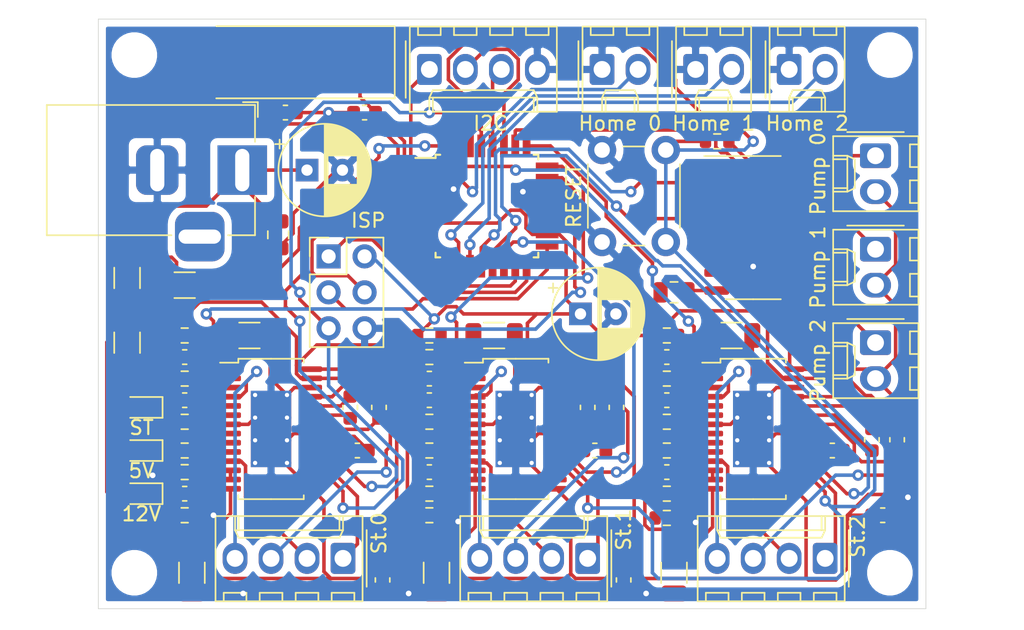
<source format=kicad_pcb>
(kicad_pcb (version 20171130) (host pcbnew 5.1.9+dfsg1-1)
  (layers (0 F.Cu signal) (31 B.Cu signal) (34 B.Paste user) (35 F.Paste user) (36 B.SilkS user) (37 F.SilkS user) (38 B.Mask user) (39 F.Mask user) (44 Edge.Cuts user))
  (net 0 "")
  (net 1 GND)
  (net 2 "Net-(C1-Pad1)")
  (net 3 "Net-(C2-Pad1)")
  (net 4 "Net-(C3-Pad1)")
  (net 5 "Net-(C4-Pad1)")
  (net 6 "Net-(C4-Pad2)")
  (net 7 "Net-(C5-Pad2)")
  (net 8 +5V)
  (net 9 "Net-(C6-Pad2)")
  (net 10 "Net-(C7-Pad1)")
  (net 11 "Net-(C8-Pad1)")
  (net 12 "Net-(C9-Pad1)")
  (net 13 "Net-(C10-Pad1)")
  (net 14 "Net-(C10-Pad2)")
  (net 15 "Net-(C11-Pad2)")
  (net 16 "Net-(C12-Pad2)")
  (net 17 +12V)
  (net 18 /XTAL1)
  (net 19 /XTAL2)
  (net 20 "Net-(C25-Pad1)")
  (net 21 "Net-(C26-Pad1)")
  (net 22 "Net-(C27-Pad1)")
  (net 23 "Net-(C28-Pad1)")
  (net 24 "Net-(C28-Pad2)")
  (net 25 "Net-(C29-Pad2)")
  (net 26 "Net-(C30-Pad2)")
  (net 27 "Net-(D1-Pad2)")
  (net 28 "Net-(D2-Pad2)")
  (net 29 "Net-(D3-Pad2)")
  (net 30 "Net-(J1-Pad1)")
  (net 31 "Net-(J1-Pad2)")
  (net 32 "Net-(J1-Pad3)")
  (net 33 "Net-(J1-Pad4)")
  (net 34 "Net-(J2-Pad4)")
  (net 35 "Net-(J2-Pad3)")
  (net 36 "Net-(J2-Pad2)")
  (net 37 "Net-(J2-Pad1)")
  (net 38 "Net-(J4-Pad1)")
  (net 39 "Net-(J5-Pad1)")
  (net 40 "Net-(J6-Pad1)")
  (net 41 /HOME0)
  (net 42 /HOME1)
  (net 43 /HOME2)
  (net 44 /I2C_SDA)
  (net 45 /I2C_SCL)
  (net 46 /SPI_MISO)
  (net 47 /SPI_SCK)
  (net 48 /SPI_MOSI)
  (net 49 /RST)
  (net 50 "Net-(J13-Pad4)")
  (net 51 "Net-(J13-Pad3)")
  (net 52 "Net-(J13-Pad2)")
  (net 53 "Net-(J13-Pad1)")
  (net 54 "Net-(R5-Pad2)")
  (net 55 "Net-(R7-Pad1)")
  (net 56 "Net-(R8-Pad1)")
  (net 57 "Net-(R13-Pad2)")
  (net 58 "Net-(R15-Pad1)")
  (net 59 "Net-(R16-Pad1)")
  (net 60 /STATUS)
  (net 61 "Net-(R33-Pad2)")
  (net 62 "Net-(R35-Pad1)")
  (net 63 "Net-(R36-Pad1)")
  (net 64 /STEP2)
  (net 65 /STEP0)
  (net 66 /PUMP0)
  (net 67 /PUMP1)
  (net 68 /STEP1)
  (net 69 "Net-(U1-Pad19)")
  (net 70 "Net-(U1-Pad20)")
  (net 71 "Net-(U1-Pad22)")
  (net 72 /DIR0)
  (net 73 /DIR1)
  (net 74 /DIR2)
  (net 75 /PUMP2)
  (net 76 "Net-(U1-Pad30)")
  (net 77 "Net-(U1-Pad31)")
  (net 78 "Net-(U2-Pad2)")
  (net 79 "Net-(U4-Pad2)")
  (net 80 "Net-(U5-Pad2)")
  (module Capacitor_SMD:C_0603_1608Metric (layer F.Cu) (at 129.032 84.582 270)
    (fp_text reference C11 hide)
    (fp_text value 220n)
    (pad 2 smd roundrect (at 0.775 0 270) (size 0.9 0.95) (layers F.Cu F.Paste F.Mask) (net 15 "Net-(C11-Pad2)"))
    (pad 1 smd roundrect (at -0.775 0 270) (size 0.9 0.95) (layers F.Cu F.Paste F.Mask) (net 8 +5V))
  )
  (module MountingHole:MountingHole_2.2mm_M2 (layer F.Cu) (at 75.184 57.404)
    (fp_text reference REF** hide)
    (fp_text value MountingHole_2.2mm_M2)
    (pad 1 np_thru_hole circle (at 0 0) (size 2.2 2.2) (drill 2.2) (layers *.Cu *.Mask))
  )
  (module MountingHole:MountingHole_2.2mm_M2 (layer F.Cu) (at 128.524 57.404)
    (fp_text reference REF** hide)
    (fp_text value MountingHole_2.2mm_M2)
    (pad 1 np_thru_hole circle (at 0 0) (size 2.2 2.2) (drill 2.2) (layers *.Cu *.Mask))
  )
  (module MountingHole:MountingHole_2.2mm_M2 (layer F.Cu) (at 75.184 93.98)
    (fp_text reference REF** hide)
    (fp_text value MountingHole_2.2mm_M2)
    (pad 1 np_thru_hole circle (at 0 0) (size 2.2 2.2) (drill 2.2) (layers *.Cu *.Mask))
  )
  (module MountingHole:MountingHole_2.2mm_M2 (layer F.Cu) (at 128.524 93.98)
    (fp_text reference REF** hide)
    (fp_text value MountingHole_2.2mm_M2)
    (pad 1 np_thru_hole circle (at 0 0) (size 2.2 2.2) (drill 2.2) (layers *.Cu *.Mask))
  )
  (module Resistor_SMD:R_0603_1608Metric (layer F.Cu) (at 78.74 85.344 180)
    (fp_text reference R34 hide)
    (fp_text value 10k)
    (pad 1 smd roundrect (at -0.825 0 180) (size 0.8 0.95) (layers F.Cu F.Paste F.Mask) (net 61 "Net-(R33-Pad2)"))
    (pad 2 smd roundrect (at 0.825 0 180) (size 0.8 0.95) (layers F.Cu F.Paste F.Mask) (net 1 GND))
  )
  (module Resistor_SMD:R_0603_1608Metric (layer F.Cu) (at 96.012 77.216)
    (fp_text reference R2 hide)
    (fp_text value 10k)
    (pad 1 smd roundrect (at -0.825 0) (size 0.8 0.95) (layers F.Cu F.Paste F.Mask) (net 8 +5V))
    (pad 2 smd roundrect (at 0.825 0) (size 0.8 0.95) (layers F.Cu F.Paste F.Mask) (net 2 "Net-(C1-Pad1)"))
  )
  (module Capacitor_SMD:C_0603_1608Metric (layer F.Cu) (at 96.012 80.264 180)
    (fp_text reference C1 hide)
    (fp_text value 100n)
    (pad 2 smd roundrect (at 0.775 0 180) (size 0.9 0.95) (layers F.Cu F.Paste F.Mask) (net 1 GND))
    (pad 1 smd roundrect (at -0.775 0 180) (size 0.9 0.95) (layers F.Cu F.Paste F.Mask) (net 2 "Net-(C1-Pad1)"))
  )
  (module Capacitor_SMD:C_0603_1608Metric (layer F.Cu) (at 96.012 81.788 180)
    (fp_text reference C2 hide)
    (fp_text value 1n)
    (pad 2 smd roundrect (at 0.775 0 180) (size 0.9 0.95) (layers F.Cu F.Paste F.Mask) (net 1 GND))
    (pad 1 smd roundrect (at -0.775 0 180) (size 0.9 0.95) (layers F.Cu F.Paste F.Mask) (net 3 "Net-(C2-Pad1)"))
  )
  (module Capacitor_SMD:C_0603_1608Metric (layer F.Cu) (at 96.012 86.868 180)
    (fp_text reference C3 hide)
    (fp_text value 1n)
    (pad 2 smd roundrect (at 0.775 0 180) (size 0.9 0.95) (layers F.Cu F.Paste F.Mask) (net 1 GND))
    (pad 1 smd roundrect (at -0.775 0 180) (size 0.9 0.95) (layers F.Cu F.Paste F.Mask) (net 4 "Net-(C3-Pad1)"))
  )
  (module Capacitor_SMD:C_0603_1608Metric (layer F.Cu) (at 107.188 82.296 90)
    (fp_text reference C4 hide)
    (fp_text value 220n)
    (pad 2 smd roundrect (at 0.775 0 90) (size 0.9 0.95) (layers F.Cu F.Paste F.Mask) (net 6 "Net-(C4-Pad2)"))
    (pad 1 smd roundrect (at -0.775 0 90) (size 0.9 0.95) (layers F.Cu F.Paste F.Mask) (net 5 "Net-(C4-Pad1)"))
  )
  (module Capacitor_SMD:C_0603_1608Metric (layer F.Cu) (at 109.22 82.296 270)
    (fp_text reference C5 hide)
    (fp_text value 220n)
    (pad 2 smd roundrect (at 0.775 0 270) (size 0.9 0.95) (layers F.Cu F.Paste F.Mask) (net 7 "Net-(C5-Pad2)"))
    (pad 1 smd roundrect (at -0.775 0 270) (size 0.9 0.95) (layers F.Cu F.Paste F.Mask) (net 8 +5V))
  )
  (module Capacitor_SMD:C_0603_1608Metric (layer F.Cu) (at 107.696 85.344 180)
    (fp_text reference C6 hide)
    (fp_text value 220n)
    (pad 1 smd roundrect (at -0.775 0 180) (size 0.9 0.95) (layers F.Cu F.Paste F.Mask) (net 1 GND))
    (pad 2 smd roundrect (at 0.775 0 180) (size 0.9 0.95) (layers F.Cu F.Paste F.Mask) (net 9 "Net-(C6-Pad2)"))
  )
  (module Capacitor_SMD:C_0603_1608Metric (layer F.Cu) (at 112.776 78.74 180)
    (fp_text reference C7 hide)
    (fp_text value 100n)
    (pad 1 smd roundrect (at -0.775 0 180) (size 0.9 0.95) (layers F.Cu F.Paste F.Mask) (net 10 "Net-(C7-Pad1)"))
    (pad 2 smd roundrect (at 0.775 0 180) (size 0.9 0.95) (layers F.Cu F.Paste F.Mask) (net 1 GND))
  )
  (module Capacitor_SMD:C_0603_1608Metric (layer F.Cu) (at 112.776 81.788 180)
    (fp_text reference C8 hide)
    (fp_text value 1n)
    (pad 2 smd roundrect (at 0.775 0 180) (size 0.9 0.95) (layers F.Cu F.Paste F.Mask) (net 1 GND))
    (pad 1 smd roundrect (at -0.775 0 180) (size 0.9 0.95) (layers F.Cu F.Paste F.Mask) (net 11 "Net-(C8-Pad1)"))
  )
  (module Capacitor_SMD:C_0603_1608Metric (layer F.Cu) (at 112.776 86.868 180)
    (fp_text reference C9 hide)
    (fp_text value 1n)
    (pad 2 smd roundrect (at 0.775 0 180) (size 0.9 0.95) (layers F.Cu F.Paste F.Mask) (net 1 GND))
    (pad 1 smd roundrect (at -0.775 0 180) (size 0.9 0.95) (layers F.Cu F.Paste F.Mask) (net 12 "Net-(C9-Pad1)"))
  )
  (module Capacitor_SMD:C_0603_1608Metric (layer F.Cu) (at 127.254 84.582 90)
    (fp_text reference C10 hide)
    (fp_text value 220n)
    (pad 1 smd roundrect (at -0.775 0 90) (size 0.9 0.95) (layers F.Cu F.Paste F.Mask) (net 13 "Net-(C10-Pad1)"))
    (pad 2 smd roundrect (at 0.775 0 90) (size 0.9 0.95) (layers F.Cu F.Paste F.Mask) (net 14 "Net-(C10-Pad2)"))
  )
  (module Capacitor_SMD:C_0603_1608Metric (layer F.Cu) (at 124.46 85.344 180)
    (fp_text reference C12 hide)
    (fp_text value 220n)
    (pad 1 smd roundrect (at -0.775 0 180) (size 0.9 0.95) (layers F.Cu F.Paste F.Mask) (net 1 GND))
    (pad 2 smd roundrect (at 0.775 0 180) (size 0.9 0.95) (layers F.Cu F.Paste F.Mask) (net 16 "Net-(C12-Pad2)"))
  )
  (module Capacitor_THT:CP_Radial_D6.3mm_P2.50mm (layer F.Cu) (at 106.68 75.692)
    (fp_text reference C14 hide)
    (fp_text value 10u)
    (pad 1 thru_hole rect (at 0 0) (size 1.6 1.6) (drill 0.8) (layers *.Cu *.Mask) (net 8 +5V))
    (pad 2 thru_hole circle (at 2.5 0) (size 1.6 1.6) (drill 0.8) (layers *.Cu *.Mask) (net 1 GND))
  )
  (module Capacitor_SMD:C_0805_2012Metric (layer F.Cu) (at 113.284 74.168)
    (fp_text reference C16 hide)
    (fp_text value 100n)
    (pad 1 smd roundrect (at -0.95 0) (size 1 1.45) (layers F.Cu F.Paste F.Mask) (net 8 +5V))
    (pad 2 smd roundrect (at 0.95 0) (size 1 1.45) (layers F.Cu F.Paste F.Mask) (net 1 GND))
  )
  (module Capacitor_THT:CP_Radial_D6.3mm_P2.50mm (layer F.Cu) (at 87.376 65.532)
    (fp_text reference C18 hide)
    (fp_text value 10u)
    (pad 2 thru_hole circle (at 2.5 0) (size 1.6 1.6) (drill 0.8) (layers *.Cu *.Mask) (net 1 GND))
    (pad 1 thru_hole rect (at 0 0) (size 1.6 1.6) (drill 0.8) (layers *.Cu *.Mask) (net 17 +12V))
  )
  (module Capacitor_SMD:C_0805_2012Metric (layer F.Cu) (at 85.344 70.104 270)
    (fp_text reference C19 hide)
    (fp_text value 100n)
    (pad 2 smd roundrect (at 0.95 0 270) (size 1 1.45) (layers F.Cu F.Paste F.Mask) (net 1 GND))
    (pad 1 smd roundrect (at -0.95 0 270) (size 1 1.45) (layers F.Cu F.Paste F.Mask) (net 17 +12V))
  )
  (module Capacitor_SMD:C_0603_1608Metric (layer F.Cu) (at 91.44 61.468 180)
    (fp_text reference C20 hide)
    (fp_text value 22p)
    (pad 2 smd roundrect (at 0.775 0 180) (size 0.9 0.95) (layers F.Cu F.Paste F.Mask) (net 1 GND))
    (pad 1 smd roundrect (at -0.775 0 180) (size 0.9 0.95) (layers F.Cu F.Paste F.Mask) (net 18 /XTAL1))
  )
  (module Capacitor_SMD:C_0603_1608Metric (layer F.Cu) (at 85.852 61.468)
    (fp_text reference C24 hide)
    (fp_text value 22p)
    (pad 1 smd roundrect (at -0.775 0) (size 0.9 0.95) (layers F.Cu F.Paste F.Mask) (net 19 /XTAL2))
    (pad 2 smd roundrect (at 0.775 0) (size 0.9 0.95) (layers F.Cu F.Paste F.Mask) (net 1 GND))
  )
  (module Capacitor_SMD:C_0603_1608Metric (layer F.Cu) (at 78.74 78.74 180)
    (fp_text reference C25 hide)
    (fp_text value 100n)
    (pad 1 smd roundrect (at -0.775 0 180) (size 0.9 0.95) (layers F.Cu F.Paste F.Mask) (net 20 "Net-(C25-Pad1)"))
    (pad 2 smd roundrect (at 0.775 0 180) (size 0.9 0.95) (layers F.Cu F.Paste F.Mask) (net 1 GND))
  )
  (module Capacitor_SMD:C_0603_1608Metric (layer F.Cu) (at 78.74 81.788 180)
    (fp_text reference C26 hide)
    (fp_text value 1n)
    (pad 2 smd roundrect (at 0.775 0 180) (size 0.9 0.95) (layers F.Cu F.Paste F.Mask) (net 1 GND))
    (pad 1 smd roundrect (at -0.775 0 180) (size 0.9 0.95) (layers F.Cu F.Paste F.Mask) (net 21 "Net-(C26-Pad1)"))
  )
  (module Capacitor_SMD:C_0603_1608Metric (layer F.Cu) (at 78.74 88.392 180)
    (fp_text reference C27 hide)
    (fp_text value 1n)
    (pad 1 smd roundrect (at -0.775 0 180) (size 0.9 0.95) (layers F.Cu F.Paste F.Mask) (net 22 "Net-(C27-Pad1)"))
    (pad 2 smd roundrect (at 0.775 0 180) (size 0.9 0.95) (layers F.Cu F.Paste F.Mask) (net 1 GND))
  )
  (module Capacitor_SMD:C_0603_1608Metric (layer F.Cu) (at 90.424 82.296 90)
    (fp_text reference C28 hide)
    (fp_text value 220n)
    (pad 1 smd roundrect (at -0.775 0 90) (size 0.9 0.95) (layers F.Cu F.Paste F.Mask) (net 23 "Net-(C28-Pad1)"))
    (pad 2 smd roundrect (at 0.775 0 90) (size 0.9 0.95) (layers F.Cu F.Paste F.Mask) (net 24 "Net-(C28-Pad2)"))
  )
  (module Capacitor_SMD:C_0603_1608Metric (layer F.Cu) (at 92.456 82.296 270)
    (fp_text reference C29 hide)
    (fp_text value 220n)
    (pad 1 smd roundrect (at -0.775 0 270) (size 0.9 0.95) (layers F.Cu F.Paste F.Mask) (net 8 +5V))
    (pad 2 smd roundrect (at 0.775 0 270) (size 0.9 0.95) (layers F.Cu F.Paste F.Mask) (net 25 "Net-(C29-Pad2)"))
  )
  (module Capacitor_SMD:C_0603_1608Metric (layer F.Cu) (at 90.932 85.344 180)
    (fp_text reference C30 hide)
    (fp_text value 220n)
    (pad 1 smd roundrect (at -0.775 0 180) (size 0.9 0.95) (layers F.Cu F.Paste F.Mask) (net 1 GND))
    (pad 2 smd roundrect (at 0.775 0 180) (size 0.9 0.95) (layers F.Cu F.Paste F.Mask) (net 26 "Net-(C30-Pad2)"))
  )
  (module LED_SMD:LED_0603_1608Metric (layer F.Cu) (at 75.692 82.296 180)
    (fp_text reference ST (at 0 -1.43) (layer F.SilkS))
    (fp_text value ST)
    (pad 1 smd roundrect (at -0.7875 0 180) (size 0.875 0.95) (layers F.Cu F.Paste F.Mask) (net 1 GND))
    (pad 2 smd roundrect (at 0.7875 0 180) (size 0.875 0.95) (layers F.Cu F.Paste F.Mask) (net 27 "Net-(D1-Pad2)"))
  )
  (module LED_SMD:LED_0603_1608Metric (layer F.Cu) (at 75.692 85.344 180)
    (fp_text reference 5V (at 0 -1.43) (layer F.SilkS))
    (fp_text value 5V)
    (pad 2 smd roundrect (at 0.7875 0 180) (size 0.875 0.95) (layers F.Cu F.Paste F.Mask) (net 28 "Net-(D2-Pad2)"))
    (pad 1 smd roundrect (at -0.7875 0 180) (size 0.875 0.95) (layers F.Cu F.Paste F.Mask) (net 1 GND))
  )
  (module LED_SMD:LED_0603_1608Metric (layer F.Cu) (at 75.692 88.392 180)
    (fp_text reference 12V (at 0 -1.43) (layer F.SilkS))
    (fp_text value 12V)
    (pad 1 smd roundrect (at -0.7875 0 180) (size 0.875 0.95) (layers F.Cu F.Paste F.Mask) (net 1 GND))
    (pad 2 smd roundrect (at 0.7875 0 180) (size 0.875 0.95) (layers F.Cu F.Paste F.Mask) (net 29 "Net-(D3-Pad2)"))
  )
  (module Connector_Molex:Molex_KK-254_AE-6410-04A_1x04_P2.54mm_Vertical (layer F.Cu) (at 107.188 92.964 180)
    (fp_text reference St.1 (at -2.54 2.032 90) (layer F.SilkS))
    (fp_text value Stepper)
    (pad 1 thru_hole roundrect (at 0 0 180) (size 1.74 2.19) (drill 1.19) (layers *.Cu *.Mask) (roundrect_rratio 0.1436775862068966) (net 30 "Net-(J1-Pad1)"))
    (pad 2 thru_hole oval (at 2.54 0 180) (size 1.74 2.19) (drill 1.19) (layers *.Cu *.Mask) (net 31 "Net-(J1-Pad2)"))
    (pad 3 thru_hole oval (at 5.08 0 180) (size 1.74 2.19) (drill 1.19) (layers *.Cu *.Mask) (net 32 "Net-(J1-Pad3)"))
    (pad 4 thru_hole oval (at 7.62 0 180) (size 1.74 2.19) (drill 1.19) (layers *.Cu *.Mask) (net 33 "Net-(J1-Pad4)"))
  )
  (module Connector_Molex:Molex_KK-254_AE-6410-04A_1x04_P2.54mm_Vertical (layer F.Cu) (at 123.952 92.964 180)
    (fp_text reference St.2 (at -2.286 1.524 270) (layer F.SilkS))
    (fp_text value Stepper)
    (pad 4 thru_hole oval (at 7.62 0 180) (size 1.74 2.19) (drill 1.19) (layers *.Cu *.Mask) (net 34 "Net-(J2-Pad4)"))
    (pad 3 thru_hole oval (at 5.08 0 180) (size 1.74 2.19) (drill 1.19) (layers *.Cu *.Mask) (net 35 "Net-(J2-Pad3)"))
    (pad 2 thru_hole oval (at 2.54 0 180) (size 1.74 2.19) (drill 1.19) (layers *.Cu *.Mask) (net 36 "Net-(J2-Pad2)"))
    (pad 1 thru_hole roundrect (at 0 0 180) (size 1.74 2.19) (drill 1.19) (layers *.Cu *.Mask) (roundrect_rratio 0.1436775862068966) (net 37 "Net-(J2-Pad1)"))
  )
  (module Connector_Molex:Molex_KK-254_AE-6410-02A_1x02_P2.54mm_Vertical (layer F.Cu) (at 127.508 64.516 270)
    (fp_text reference "Pump 0" (at 1.27 4.064 90) (layer F.SilkS))
    (fp_text value "Pump 0")
    (pad 2 thru_hole oval (at 2.54 0 270) (size 1.74 2.19) (drill 1.19) (layers *.Cu *.Mask) (net 17 +12V))
    (pad 1 thru_hole roundrect (at 0 0 270) (size 1.74 2.19) (drill 1.19) (layers *.Cu *.Mask) (roundrect_rratio 0.1436775862068966) (net 38 "Net-(J4-Pad1)"))
  )
  (module Connector_Molex:Molex_KK-254_AE-6410-02A_1x02_P2.54mm_Vertical (layer F.Cu) (at 127.508 71.12 270)
    (fp_text reference "Pump 1" (at 1.27 4.064 90) (layer F.SilkS))
    (fp_text value "Pump 1")
    (pad 2 thru_hole oval (at 2.54 0 270) (size 1.74 2.19) (drill 1.19) (layers *.Cu *.Mask) (net 17 +12V))
    (pad 1 thru_hole roundrect (at 0 0 270) (size 1.74 2.19) (drill 1.19) (layers *.Cu *.Mask) (roundrect_rratio 0.1436775862068966) (net 39 "Net-(J5-Pad1)"))
  )
  (module Connector_Molex:Molex_KK-254_AE-6410-02A_1x02_P2.54mm_Vertical (layer F.Cu) (at 127.508 77.724 270)
    (fp_text reference "Pump 2" (at 1.27 4.064 90) (layer F.SilkS))
    (fp_text value "Pump 2")
    (pad 2 thru_hole oval (at 2.54 0 270) (size 1.74 2.19) (drill 1.19) (layers *.Cu *.Mask) (net 17 +12V))
    (pad 1 thru_hole roundrect (at 0 0 270) (size 1.74 2.19) (drill 1.19) (layers *.Cu *.Mask) (roundrect_rratio 0.1436775862068966) (net 40 "Net-(J6-Pad1)"))
  )
  (module Connector_Molex:Molex_KK-254_AE-6410-02A_1x02_P2.54mm_Vertical (layer F.Cu) (at 108.204 58.42)
    (fp_text reference "Home 0" (at 1.27 3.81) (layer F.SilkS))
    (fp_text value "Home 0")
    (pad 1 thru_hole roundrect (at 0 0) (size 1.74 2.19) (drill 1.19) (layers *.Cu *.Mask) (roundrect_rratio 0.1436775862068966) (net 1 GND))
    (pad 2 thru_hole oval (at 2.54 0) (size 1.74 2.19) (drill 1.19) (layers *.Cu *.Mask) (net 41 /HOME0))
  )
  (module Connector_Molex:Molex_KK-254_AE-6410-02A_1x02_P2.54mm_Vertical (layer F.Cu) (at 114.808 58.42)
    (fp_text reference "Home 1" (at 1.27 3.81) (layer F.SilkS))
    (fp_text value "Home 1")
    (pad 1 thru_hole roundrect (at 0 0) (size 1.74 2.19) (drill 1.19) (layers *.Cu *.Mask) (roundrect_rratio 0.1436775862068966) (net 1 GND))
    (pad 2 thru_hole oval (at 2.54 0) (size 1.74 2.19) (drill 1.19) (layers *.Cu *.Mask) (net 42 /HOME1))
  )
  (module Connector_Molex:Molex_KK-254_AE-6410-02A_1x02_P2.54mm_Vertical (layer F.Cu) (at 121.412 58.42)
    (fp_text reference "Home 2" (at 1.27 3.81) (layer F.SilkS))
    (fp_text value "Home 2")
    (pad 1 thru_hole roundrect (at 0 0) (size 1.74 2.19) (drill 1.19) (layers *.Cu *.Mask) (roundrect_rratio 0.1436775862068966) (net 1 GND))
    (pad 2 thru_hole oval (at 2.54 0) (size 1.74 2.19) (drill 1.19) (layers *.Cu *.Mask) (net 43 /HOME2))
  )
  (module Connector_Molex:Molex_KK-254_AE-6410-04A_1x04_P2.54mm_Vertical (layer F.Cu) (at 96.012 58.42)
    (fp_text reference I2C (at 4.318 3.81) (layer F.SilkS))
    (fp_text value I2C)
    (pad 1 thru_hole roundrect (at 0 0) (size 1.74 2.19) (drill 1.19) (layers *.Cu *.Mask) (roundrect_rratio 0.1436775862068966) (net 8 +5V))
    (pad 2 thru_hole oval (at 2.54 0) (size 1.74 2.19) (drill 1.19) (layers *.Cu *.Mask) (net 44 /I2C_SDA))
    (pad 3 thru_hole oval (at 5.08 0) (size 1.74 2.19) (drill 1.19) (layers *.Cu *.Mask) (net 45 /I2C_SCL))
    (pad 4 thru_hole oval (at 7.62 0) (size 1.74 2.19) (drill 1.19) (layers *.Cu *.Mask) (net 1 GND))
  )
  (module Connector_PinHeader_2.54mm:PinHeader_2x03_P2.54mm_Vertical (layer F.Cu) (at 88.9 71.628)
    (fp_text reference ISP (at 2.794 -2.54) (layer F.SilkS))
    (fp_text value ISP)
    (pad 1 thru_hole rect (at 0 0) (size 1.7 1.7) (drill 1) (layers *.Cu *.Mask) (net 46 /SPI_MISO))
    (pad 2 thru_hole oval (at 2.54 0) (size 1.7 1.7) (drill 1) (layers *.Cu *.Mask) (net 8 +5V))
    (pad 3 thru_hole oval (at 0 2.54) (size 1.7 1.7) (drill 1) (layers *.Cu *.Mask) (net 47 /SPI_SCK))
    (pad 4 thru_hole oval (at 2.54 2.54) (size 1.7 1.7) (drill 1) (layers *.Cu *.Mask) (net 48 /SPI_MOSI))
    (pad 5 thru_hole oval (at 0 5.08) (size 1.7 1.7) (drill 1) (layers *.Cu *.Mask) (net 49 /RST))
    (pad 6 thru_hole oval (at 2.54 5.08) (size 1.7 1.7) (drill 1) (layers *.Cu *.Mask) (net 1 GND))
  )
  (module Connector_Molex:Molex_KK-254_AE-6410-04A_1x04_P2.54mm_Vertical (layer F.Cu) (at 89.916 92.964 180)
    (fp_text reference St.0 (at -2.54 1.778 90) (layer F.SilkS))
    (fp_text value Stepper)
    (pad 4 thru_hole oval (at 7.62 0 180) (size 1.74 2.19) (drill 1.19) (layers *.Cu *.Mask) (net 50 "Net-(J13-Pad4)"))
    (pad 3 thru_hole oval (at 5.08 0 180) (size 1.74 2.19) (drill 1.19) (layers *.Cu *.Mask) (net 51 "Net-(J13-Pad3)"))
    (pad 2 thru_hole oval (at 2.54 0 180) (size 1.74 2.19) (drill 1.19) (layers *.Cu *.Mask) (net 52 "Net-(J13-Pad2)"))
    (pad 1 thru_hole roundrect (at 0 0 180) (size 1.74 2.19) (drill 1.19) (layers *.Cu *.Mask) (roundrect_rratio 0.1436775862068966) (net 53 "Net-(J13-Pad1)"))
  )
  (module Resistor_SMD:R_0603_1608Metric (layer F.Cu) (at 96.012 83.312 180)
    (fp_text reference R1 hide)
    (fp_text value 47k)
    (pad 1 smd roundrect (at -0.825 0 180) (size 0.8 0.95) (layers F.Cu F.Paste F.Mask) (net 3 "Net-(C2-Pad1)"))
    (pad 2 smd roundrect (at 0.825 0 180) (size 0.8 0.95) (layers F.Cu F.Paste F.Mask) (net 1 GND))
  )
  (module Resistor_SMD:R_0603_1608Metric (layer F.Cu) (at 96.012 78.74 180)
    (fp_text reference R3 hide)
    (fp_text value 10k)
    (pad 2 smd roundrect (at 0.825 0 180) (size 0.8 0.95) (layers F.Cu F.Paste F.Mask) (net 1 GND))
    (pad 1 smd roundrect (at -0.825 0 180) (size 0.8 0.95) (layers F.Cu F.Paste F.Mask) (net 2 "Net-(C1-Pad1)"))
  )
  (module Resistor_SMD:R_0603_1608Metric (layer F.Cu) (at 96.012 88.392 180)
    (fp_text reference R4 hide)
    (fp_text value 47k)
    (pad 2 smd roundrect (at 0.825 0 180) (size 0.8 0.95) (layers F.Cu F.Paste F.Mask) (net 1 GND))
    (pad 1 smd roundrect (at -0.825 0 180) (size 0.8 0.95) (layers F.Cu F.Paste F.Mask) (net 4 "Net-(C3-Pad1)"))
  )
  (module Resistor_SMD:R_0603_1608Metric (layer F.Cu) (at 96.012 89.916 180)
    (fp_text reference R5 hide)
    (fp_text value 33k)
    (pad 2 smd roundrect (at 0.825 0 180) (size 0.8 0.95) (layers F.Cu F.Paste F.Mask) (net 54 "Net-(R5-Pad2)"))
    (pad 1 smd roundrect (at -0.825 0 180) (size 0.8 0.95) (layers F.Cu F.Paste F.Mask) (net 8 +5V))
  )
  (module Resistor_SMD:R_0603_1608Metric (layer F.Cu) (at 96.012 85.344 180)
    (fp_text reference R6 hide)
    (fp_text value 10k)
    (pad 1 smd roundrect (at -0.825 0 180) (size 0.8 0.95) (layers F.Cu F.Paste F.Mask) (net 54 "Net-(R5-Pad2)"))
    (pad 2 smd roundrect (at 0.825 0 180) (size 0.8 0.95) (layers F.Cu F.Paste F.Mask) (net 1 GND))
  )
  (module Resistor_SMD:R_1206_3216Metric (layer F.Cu) (at 100.584 77.216)
    (fp_text reference R7 hide)
    (fp_text value 0.1)
    (pad 2 smd roundrect (at 1.4625 0) (size 1.125 1.75) (layers F.Cu F.Paste F.Mask) (roundrect_rratio 0.2222213333333333) (net 1 GND))
    (pad 1 smd roundrect (at -1.4625 0) (size 1.125 1.75) (layers F.Cu F.Paste F.Mask) (roundrect_rratio 0.2222213333333333) (net 55 "Net-(R7-Pad1)"))
  )
  (module Resistor_SMD:R_1206_3216Metric (layer F.Cu) (at 96.52 93.98 270)
    (fp_text reference R8 hide)
    (fp_text value 0.1)
    (pad 2 smd roundrect (at 1.4625 0 270) (size 1.125 1.75) (layers F.Cu F.Paste F.Mask) (roundrect_rratio 0.2222213333333333) (net 1 GND))
    (pad 1 smd roundrect (at -1.4625 0 270) (size 1.125 1.75) (layers F.Cu F.Paste F.Mask) (roundrect_rratio 0.2222213333333333) (net 56 "Net-(R8-Pad1)"))
  )
  (module Resistor_SMD:R_0603_1608Metric (layer F.Cu) (at 112.776 83.312 180)
    (fp_text reference R9 hide)
    (fp_text value 47k)
    (pad 2 smd roundrect (at 0.825 0 180) (size 0.8 0.95) (layers F.Cu F.Paste F.Mask) (net 1 GND))
    (pad 1 smd roundrect (at -0.825 0 180) (size 0.8 0.95) (layers F.Cu F.Paste F.Mask) (net 11 "Net-(C8-Pad1)"))
  )
  (module Resistor_SMD:R_0603_1608Metric (layer F.Cu) (at 112.776 77.216)
    (fp_text reference R10 hide)
    (fp_text value 10k)
    (pad 2 smd roundrect (at 0.825 0) (size 0.8 0.95) (layers F.Cu F.Paste F.Mask) (net 10 "Net-(C7-Pad1)"))
    (pad 1 smd roundrect (at -0.825 0) (size 0.8 0.95) (layers F.Cu F.Paste F.Mask) (net 8 +5V))
  )
  (module Resistor_SMD:R_0603_1608Metric (layer F.Cu) (at 112.776 80.264 180)
    (fp_text reference R11 hide)
    (fp_text value 10k)
    (pad 1 smd roundrect (at -0.825 0 180) (size 0.8 0.95) (layers F.Cu F.Paste F.Mask) (net 10 "Net-(C7-Pad1)"))
    (pad 2 smd roundrect (at 0.825 0 180) (size 0.8 0.95) (layers F.Cu F.Paste F.Mask) (net 1 GND))
  )
  (module Resistor_SMD:R_0603_1608Metric (layer F.Cu) (at 112.776 88.392 180)
    (fp_text reference R12 hide)
    (fp_text value 47k)
    (pad 1 smd roundrect (at -0.825 0 180) (size 0.8 0.95) (layers F.Cu F.Paste F.Mask) (net 12 "Net-(C9-Pad1)"))
    (pad 2 smd roundrect (at 0.825 0 180) (size 0.8 0.95) (layers F.Cu F.Paste F.Mask) (net 1 GND))
  )
  (module Resistor_SMD:R_0603_1608Metric (layer F.Cu) (at 112.776 90.107 180)
    (fp_text reference R13 hide)
    (fp_text value 33k)
    (pad 1 smd roundrect (at -0.825 0 180) (size 0.8 0.95) (layers F.Cu F.Paste F.Mask) (net 8 +5V))
    (pad 2 smd roundrect (at 0.825 0 180) (size 0.8 0.95) (layers F.Cu F.Paste F.Mask) (net 57 "Net-(R13-Pad2)"))
  )
  (module Resistor_SMD:R_0603_1608Metric (layer F.Cu) (at 112.776 85.344 180)
    (fp_text reference R14 hide)
    (fp_text value 10k)
    (pad 2 smd roundrect (at 0.825 0 180) (size 0.8 0.95) (layers F.Cu F.Paste F.Mask) (net 1 GND))
    (pad 1 smd roundrect (at -0.825 0 180) (size 0.8 0.95) (layers F.Cu F.Paste F.Mask) (net 57 "Net-(R13-Pad2)"))
  )
  (module Resistor_SMD:R_1206_3216Metric (layer F.Cu) (at 117.348 77.216)
    (fp_text reference R15 hide)
    (fp_text value 0.1)
    (pad 2 smd roundrect (at 1.4625 0) (size 1.125 1.75) (layers F.Cu F.Paste F.Mask) (roundrect_rratio 0.2222213333333333) (net 1 GND))
    (pad 1 smd roundrect (at -1.4625 0) (size 1.125 1.75) (layers F.Cu F.Paste F.Mask) (roundrect_rratio 0.2222213333333333) (net 58 "Net-(R15-Pad1)"))
  )
  (module Resistor_SMD:R_1206_3216Metric (layer F.Cu) (at 113.284 93.98 270)
    (fp_text reference R16 hide)
    (fp_text value 0.1)
    (pad 1 smd roundrect (at -1.4625 0 270) (size 1.125 1.75) (layers F.Cu F.Paste F.Mask) (roundrect_rratio 0.2222213333333333) (net 59 "Net-(R16-Pad1)"))
    (pad 2 smd roundrect (at 1.4625 0 270) (size 1.125 1.75) (layers F.Cu F.Paste F.Mask) (roundrect_rratio 0.2222213333333333) (net 1 GND))
  )
  (module Resistor_SMD:R_1206_3216Metric (layer F.Cu) (at 78.74 73.66 180)
    (fp_text reference R25 hide)
    (fp_text value 470)
    (pad 2 smd roundrect (at 1.4625 0 180) (size 1.125 1.75) (layers F.Cu F.Paste F.Mask) (roundrect_rratio 0.2222213333333333) (net 27 "Net-(D1-Pad2)"))
    (pad 1 smd roundrect (at -1.4625 0 180) (size 1.125 1.75) (layers F.Cu F.Paste F.Mask) (roundrect_rratio 0.2222213333333333) (net 60 /STATUS))
  )
  (module Resistor_SMD:R_1206_3216Metric (layer F.Cu) (at 74.676 73.152 270)
    (fp_text reference R26 hide)
    (fp_text value 470)
    (pad 1 smd roundrect (at -1.4625 0 270) (size 1.125 1.75) (layers F.Cu F.Paste F.Mask) (roundrect_rratio 0.2222213333333333) (net 8 +5V))
    (pad 2 smd roundrect (at 1.4625 0 270) (size 1.125 1.75) (layers F.Cu F.Paste F.Mask) (roundrect_rratio 0.2222213333333333) (net 28 "Net-(D2-Pad2)"))
  )
  (module Resistor_SMD:R_1206_3216Metric (layer F.Cu) (at 74.676 77.724 270)
    (fp_text reference R27 hide)
    (fp_text value 470)
    (pad 1 smd roundrect (at -1.4625 0 270) (size 1.125 1.75) (layers F.Cu F.Paste F.Mask) (roundrect_rratio 0.2222213333333333) (net 17 +12V))
    (pad 2 smd roundrect (at 1.4625 0 270) (size 1.125 1.75) (layers F.Cu F.Paste F.Mask) (roundrect_rratio 0.2222213333333333) (net 29 "Net-(D3-Pad2)"))
  )
  (module Resistor_SMD:R_0603_1608Metric (layer F.Cu) (at 116.332 63.5 180)
    (fp_text reference R28 hide)
    (fp_text value 10k)
    (pad 1 smd roundrect (at -0.825 0 180) (size 0.8 0.95) (layers F.Cu F.Paste F.Mask) (net 8 +5V))
    (pad 2 smd roundrect (at 0.825 0 180) (size 0.8 0.95) (layers F.Cu F.Paste F.Mask) (net 49 /RST))
  )
  (module Resistor_SMD:R_0603_1608Metric (layer F.Cu) (at 78.74 83.312 180)
    (fp_text reference R29 hide)
    (fp_text value 47k)
    (pad 2 smd roundrect (at 0.825 0 180) (size 0.8 0.95) (layers F.Cu F.Paste F.Mask) (net 1 GND))
    (pad 1 smd roundrect (at -0.825 0 180) (size 0.8 0.95) (layers F.Cu F.Paste F.Mask) (net 21 "Net-(C26-Pad1)"))
  )
  (module Resistor_SMD:R_0603_1608Metric (layer F.Cu) (at 78.74 77.216)
    (fp_text reference R30 hide)
    (fp_text value 10k)
    (pad 1 smd roundrect (at -0.825 0) (size 0.8 0.95) (layers F.Cu F.Paste F.Mask) (net 8 +5V))
    (pad 2 smd roundrect (at 0.825 0) (size 0.8 0.95) (layers F.Cu F.Paste F.Mask) (net 20 "Net-(C25-Pad1)"))
  )
  (module Resistor_SMD:R_0603_1608Metric (layer F.Cu) (at 78.74 80.264 180)
    (fp_text reference R31 hide)
    (fp_text value 10k)
    (pad 2 smd roundrect (at 0.825 0 180) (size 0.8 0.95) (layers F.Cu F.Paste F.Mask) (net 1 GND))
    (pad 1 smd roundrect (at -0.825 0 180) (size 0.8 0.95) (layers F.Cu F.Paste F.Mask) (net 20 "Net-(C25-Pad1)"))
  )
  (module Resistor_SMD:R_0603_1608Metric (layer F.Cu) (at 78.74 86.868 180)
    (fp_text reference R32 hide)
    (fp_text value 47k)
    (pad 1 smd roundrect (at -0.825 0 180) (size 0.8 0.95) (layers F.Cu F.Paste F.Mask) (net 22 "Net-(C27-Pad1)"))
    (pad 2 smd roundrect (at 0.825 0 180) (size 0.8 0.95) (layers F.Cu F.Paste F.Mask) (net 1 GND))
  )
  (module Resistor_SMD:R_0603_1608Metric (layer F.Cu) (at 78.74 89.916 180)
    (fp_text reference R33 hide)
    (fp_text value 33k)
    (pad 2 smd roundrect (at 0.825 0 180) (size 0.8 0.95) (layers F.Cu F.Paste F.Mask) (net 61 "Net-(R33-Pad2)"))
    (pad 1 smd roundrect (at -0.825 0 180) (size 0.8 0.95) (layers F.Cu F.Paste F.Mask) (net 8 +5V))
  )
  (module Resistor_SMD:R_1206_3216Metric (layer F.Cu) (at 83.312 77.216)
    (fp_text reference R35 hide)
    (fp_text value 0.1)
    (pad 1 smd roundrect (at -1.4625 0) (size 1.125 1.75) (layers F.Cu F.Paste F.Mask) (roundrect_rratio 0.2222213333333333) (net 62 "Net-(R35-Pad1)"))
    (pad 2 smd roundrect (at 1.4625 0) (size 1.125 1.75) (layers F.Cu F.Paste F.Mask) (roundrect_rratio 0.2222213333333333) (net 1 GND))
  )
  (module Resistor_SMD:R_1206_3216Metric (layer F.Cu) (at 79.248 93.98 270)
    (fp_text reference R36 hide)
    (fp_text value 0.1)
    (pad 1 smd roundrect (at -1.4625 0 270) (size 1.125 1.75) (layers F.Cu F.Paste F.Mask) (roundrect_rratio 0.2222213333333333) (net 63 "Net-(R36-Pad1)"))
    (pad 2 smd roundrect (at 1.4625 0 270) (size 1.125 1.75) (layers F.Cu F.Paste F.Mask) (roundrect_rratio 0.2222213333333333) (net 1 GND))
  )
  (module Button_Switch_THT:SW_PUSH_6mm (layer F.Cu) (at 108.204 70.612 90)
    (fp_text reference RESET (at 3.25 -2 90) (layer F.SilkS))
    (fp_text value RESET)
    (pad 2 thru_hole circle (at 0 4.5 180) (size 2 2) (drill 1.1) (layers *.Cu *.Mask) (net 49 /RST))
    (pad 1 thru_hole circle (at 0 0 180) (size 2 2) (drill 1.1) (layers *.Cu *.Mask) (net 1 GND))
    (pad 2 thru_hole circle (at 6.5 4.5 180) (size 2 2) (drill 1.1) (layers *.Cu *.Mask) (net 49 /RST))
    (pad 1 thru_hole circle (at 6.5 0 180) (size 2 2) (drill 1.1) (layers *.Cu *.Mask) (net 1 GND))
  )
  (module Package_QFP:TQFP-32_7x7mm_P0.8mm (layer F.Cu) (at 100.076 68.072)
    (fp_text reference U1 hide)
    (fp_text value ATmega168PA-AU)
    (pad 1 smd rect (at -4.25 -2.8) (size 1.6 0.55) (layers F.Cu F.Paste F.Mask) (net 64 /STEP2))
    (pad 2 smd rect (at -4.25 -2) (size 1.6 0.55) (layers F.Cu F.Paste F.Mask) (net 41 /HOME0))
    (pad 3 smd rect (at -4.25 -1.2) (size 1.6 0.55) (layers F.Cu F.Paste F.Mask) (net 1 GND))
    (pad 4 smd rect (at -4.25 -0.4) (size 1.6 0.55) (layers F.Cu F.Paste F.Mask) (net 8 +5V))
    (pad 5 smd rect (at -4.25 0.4) (size 1.6 0.55) (layers F.Cu F.Paste F.Mask) (net 1 GND))
    (pad 6 smd rect (at -4.25 1.2) (size 1.6 0.55) (layers F.Cu F.Paste F.Mask) (net 8 +5V))
    (pad 7 smd rect (at -4.25 2) (size 1.6 0.55) (layers F.Cu F.Paste F.Mask) (net 18 /XTAL1))
    (pad 8 smd rect (at -4.25 2.8) (size 1.6 0.55) (layers F.Cu F.Paste F.Mask) (net 19 /XTAL2))
    (pad 9 smd rect (at -2.8 4.25 90) (size 1.6 0.55) (layers F.Cu F.Paste F.Mask) (net 65 /STEP0))
    (pad 10 smd rect (at -2 4.25 90) (size 1.6 0.55) (layers F.Cu F.Paste F.Mask) (net 42 /HOME1))
    (pad 11 smd rect (at -1.2 4.25 90) (size 1.6 0.55) (layers F.Cu F.Paste F.Mask) (net 43 /HOME2))
    (pad 12 smd rect (at -0.4 4.25 90) (size 1.6 0.55) (layers F.Cu F.Paste F.Mask) (net 66 /PUMP0))
    (pad 13 smd rect (at 0.4 4.25 90) (size 1.6 0.55) (layers F.Cu F.Paste F.Mask) (net 67 /PUMP1))
    (pad 14 smd rect (at 1.2 4.25 90) (size 1.6 0.55) (layers F.Cu F.Paste F.Mask) (net 68 /STEP1))
    (pad 15 smd rect (at 2 4.25 90) (size 1.6 0.55) (layers F.Cu F.Paste F.Mask) (net 48 /SPI_MOSI))
    (pad 16 smd rect (at 2.8 4.25 90) (size 1.6 0.55) (layers F.Cu F.Paste F.Mask) (net 46 /SPI_MISO))
    (pad 17 smd rect (at 4.25 2.8) (size 1.6 0.55) (layers F.Cu F.Paste F.Mask) (net 47 /SPI_SCK))
    (pad 18 smd rect (at 4.25 2) (size 1.6 0.55) (layers F.Cu F.Paste F.Mask) (net 8 +5V))
    (pad 19 smd rect (at 4.25 1.2) (size 1.6 0.55) (layers F.Cu F.Paste F.Mask) (net 69 "Net-(U1-Pad19)"))
    (pad 20 smd rect (at 4.25 0.4) (size 1.6 0.55) (layers F.Cu F.Paste F.Mask) (net 70 "Net-(U1-Pad20)"))
    (pad 21 smd rect (at 4.25 -0.4) (size 1.6 0.55) (layers F.Cu F.Paste F.Mask) (net 1 GND))
    (pad 22 smd rect (at 4.25 -1.2) (size 1.6 0.55) (layers F.Cu F.Paste F.Mask) (net 71 "Net-(U1-Pad22)"))
    (pad 23 smd rect (at 4.25 -2) (size 1.6 0.55) (layers F.Cu F.Paste F.Mask) (net 72 /DIR0))
    (pad 24 smd rect (at 4.25 -2.8) (size 1.6 0.55) (layers F.Cu F.Paste F.Mask) (net 73 /DIR1))
    (pad 25 smd rect (at 2.8 -4.25 90) (size 1.6 0.55) (layers F.Cu F.Paste F.Mask) (net 74 /DIR2))
    (pad 26 smd rect (at 2 -4.25 90) (size 1.6 0.55) (layers F.Cu F.Paste F.Mask) (net 75 /PUMP2))
    (pad 27 smd rect (at 1.2 -4.25 90) (size 1.6 0.55) (layers F.Cu F.Paste F.Mask) (net 44 /I2C_SDA))
    (pad 28 smd rect (at 0.4 -4.25 90) (size 1.6 0.55) (layers F.Cu F.Paste F.Mask) (net 45 /I2C_SCL))
    (pad 29 smd rect (at -0.4 -4.25 90) (size 1.6 0.55) (layers F.Cu F.Paste F.Mask) (net 49 /RST))
    (pad 30 smd rect (at -1.2 -4.25 90) (size 1.6 0.55) (layers F.Cu F.Paste F.Mask) (net 76 "Net-(U1-Pad30)"))
    (pad 31 smd rect (at -2 -4.25 90) (size 1.6 0.55) (layers F.Cu F.Paste F.Mask) (net 77 "Net-(U1-Pad31)"))
    (pad 32 smd rect (at -2.8 -4.25 90) (size 1.6 0.55) (layers F.Cu F.Paste F.Mask) (net 60 /STATUS))
  )
  (module Package_SO:HTSSOP-28-1EP_4.4x9.7mm_P0.65mm_EP2.85x5.4mm_ThermalVias (layer F.Cu) (at 84.836 83.82)
    (fp_text reference U2 hide)
    (fp_text value DRV8811)
    (pad 29 smd rect (at 0 0) (size 2.85 5.4) (layers B.Cu) (net 1 GND))
    (pad 29 thru_hole circle (at 1.125 2.4) (size 0.6 0.6) (drill 0.3) (layers *.Cu) (net 1 GND))
    (pad 29 thru_hole circle (at -1.125 2.4) (size 0.6 0.6) (drill 0.3) (layers *.Cu) (net 1 GND))
    (pad 29 thru_hole circle (at 1.125 0.8) (size 0.6 0.6) (drill 0.3) (layers *.Cu) (net 1 GND))
    (pad 29 thru_hole circle (at -1.125 0.8) (size 0.6 0.6) (drill 0.3) (layers *.Cu) (net 1 GND))
    (pad 29 thru_hole circle (at 1.125 -0.8) (size 0.6 0.6) (drill 0.3) (layers *.Cu) (net 1 GND))
    (pad 29 thru_hole circle (at -1.125 -0.8) (size 0.6 0.6) (drill 0.3) (layers *.Cu) (net 1 GND))
    (pad 29 thru_hole circle (at 1.125 -2.4) (size 0.6 0.6) (drill 0.3) (layers *.Cu) (net 1 GND))
    (pad 29 thru_hole circle (at -1.125 -2.4) (size 0.6 0.6) (drill 0.3) (layers *.Cu) (net 1 GND))
    (pad 29 smd rect (at 0 0) (size 2.85 5.4) (layers F.Cu F.Mask) (net 1 GND))
    (pad 28 smd roundrect (at 2.8625 -4.225) (size 1.475 0.4) (layers F.Cu F.Paste F.Mask) (net 17 +12V))
    (pad 27 smd roundrect (at 2.8625 -3.575) (size 1.475 0.4) (layers F.Cu F.Paste F.Mask) (net 8 +5V))
    (pad 26 smd roundrect (at 2.8625 -2.925) (size 1.475 0.4) (layers F.Cu F.Paste F.Mask) (net 1 GND))
    (pad 25 smd roundrect (at 2.8625 -2.275) (size 1.475 0.4) (layers F.Cu F.Paste F.Mask) (net 51 "Net-(J13-Pad3)"))
    (pad 24 smd roundrect (at 2.8625 -1.625) (size 1.475 0.4) (layers F.Cu F.Paste F.Mask) (net 24 "Net-(C28-Pad2)"))
    (pad 23 smd roundrect (at 2.8625 -0.975) (size 1.475 0.4) (layers F.Cu F.Paste F.Mask) (net 23 "Net-(C28-Pad1)"))
    (pad 22 smd roundrect (at 2.8625 -0.325) (size 1.475 0.4) (layers F.Cu F.Paste F.Mask) (net 25 "Net-(C29-Pad2)"))
    (pad 21 smd roundrect (at 2.8625 0.325) (size 1.475 0.4) (layers F.Cu F.Paste F.Mask) (net 1 GND))
    (pad 20 smd roundrect (at 2.8625 0.975) (size 1.475 0.4) (layers F.Cu F.Paste F.Mask) (net 26 "Net-(C30-Pad2)"))
    (pad 19 smd roundrect (at 2.8625 1.625) (size 1.475 0.4) (layers F.Cu F.Paste F.Mask) (net 65 /STEP0))
    (pad 18 smd roundrect (at 2.8625 2.275) (size 1.475 0.4) (layers F.Cu F.Paste F.Mask) (net 53 "Net-(J13-Pad1)"))
    (pad 17 smd roundrect (at 2.8625 2.925) (size 1.475 0.4) (layers F.Cu F.Paste F.Mask) (net 49 /RST))
    (pad 16 smd roundrect (at 2.8625 3.575) (size 1.475 0.4) (layers F.Cu F.Paste F.Mask) (net 1 GND))
    (pad 15 smd roundrect (at 2.8625 4.225) (size 1.475 0.4) (layers F.Cu F.Paste F.Mask) (net 17 +12V))
    (pad 14 smd roundrect (at -2.8625 4.225) (size 1.475 0.4) (layers F.Cu F.Paste F.Mask) (net 63 "Net-(R36-Pad1)"))
    (pad 13 smd roundrect (at -2.8625 3.575) (size 1.475 0.4) (layers F.Cu F.Paste F.Mask) (net 1 GND))
    (pad 12 smd roundrect (at -2.8625 2.925) (size 1.475 0.4) (layers F.Cu F.Paste F.Mask) (net 1 GND))
    (pad 11 smd roundrect (at -2.8625 2.275) (size 1.475 0.4) (layers F.Cu F.Paste F.Mask) (net 52 "Net-(J13-Pad2)"))
    (pad 10 smd roundrect (at -2.8625 1.625) (size 1.475 0.4) (layers F.Cu F.Paste F.Mask) (net 8 +5V))
    (pad 9 smd roundrect (at -2.8625 0.975) (size 1.475 0.4) (layers F.Cu F.Paste F.Mask) (net 22 "Net-(C27-Pad1)"))
    (pad 8 smd roundrect (at -2.8625 0.325) (size 1.475 0.4) (layers F.Cu F.Paste F.Mask) (net 61 "Net-(R33-Pad2)"))
    (pad 7 smd roundrect (at -2.8625 -0.325) (size 1.475 0.4) (layers F.Cu F.Paste F.Mask) (net 1 GND))
    (pad 6 smd roundrect (at -2.8625 -0.975) (size 1.475 0.4) (layers F.Cu F.Paste F.Mask) (net 21 "Net-(C26-Pad1)"))
    (pad 5 smd roundrect (at -2.8625 -1.625) (size 1.475 0.4) (layers F.Cu F.Paste F.Mask) (net 20 "Net-(C25-Pad1)"))
    (pad 4 smd roundrect (at -2.8625 -2.275) (size 1.475 0.4) (layers F.Cu F.Paste F.Mask) (net 50 "Net-(J13-Pad4)"))
    (pad 3 smd roundrect (at -2.8625 -2.925) (size 1.475 0.4) (layers F.Cu F.Paste F.Mask) (net 72 /DIR0))
    (pad 2 smd roundrect (at -2.8625 -3.575) (size 1.475 0.4) (layers F.Cu F.Paste F.Mask) (net 78 "Net-(U2-Pad2)"))
    (pad 1 smd roundrect (at -2.8625 -4.225) (size 1.475 0.4) (layers F.Cu F.Paste F.Mask) (net 62 "Net-(R35-Pad1)"))
  )
  (module Package_SO:SO-16_3.9x9.9mm_P1.27mm (layer F.Cu) (at 118.872 69.596)
    (fp_text reference U3 hide)
    (fp_text value ULN2003)
    (pad 1 smd roundrect (at -2.575 -4.445) (size 1.75 0.6) (layers F.Cu F.Paste F.Mask) (net 66 /PUMP0))
    (pad 2 smd roundrect (at -2.575 -3.175) (size 1.75 0.6) (layers F.Cu F.Paste F.Mask) (net 66 /PUMP0))
    (pad 3 smd roundrect (at -2.575 -1.905) (size 1.75 0.6) (layers F.Cu F.Paste F.Mask) (net 67 /PUMP1))
    (pad 4 smd roundrect (at -2.575 -0.635) (size 1.75 0.6) (layers F.Cu F.Paste F.Mask) (net 67 /PUMP1))
    (pad 5 smd roundrect (at -2.575 0.635) (size 1.75 0.6) (layers F.Cu F.Paste F.Mask) (net 75 /PUMP2))
    (pad 6 smd roundrect (at -2.575 1.905) (size 1.75 0.6) (layers F.Cu F.Paste F.Mask) (net 75 /PUMP2))
    (pad 7 smd roundrect (at -2.575 3.175) (size 1.75 0.6) (layers F.Cu F.Paste F.Mask) (net 75 /PUMP2))
    (pad 8 smd roundrect (at -2.575 4.445) (size 1.75 0.6) (layers F.Cu F.Paste F.Mask) (net 1 GND))
    (pad 9 smd roundrect (at 2.575 4.445) (size 1.75 0.6) (layers F.Cu F.Paste F.Mask) (net 17 +12V))
    (pad 10 smd roundrect (at 2.575 3.175) (size 1.75 0.6) (layers F.Cu F.Paste F.Mask) (net 40 "Net-(J6-Pad1)"))
    (pad 11 smd roundrect (at 2.575 1.905) (size 1.75 0.6) (layers F.Cu F.Paste F.Mask) (net 40 "Net-(J6-Pad1)"))
    (pad 12 smd roundrect (at 2.575 0.635) (size 1.75 0.6) (layers F.Cu F.Paste F.Mask) (net 40 "Net-(J6-Pad1)"))
    (pad 13 smd roundrect (at 2.575 -0.635) (size 1.75 0.6) (layers F.Cu F.Paste F.Mask) (net 39 "Net-(J5-Pad1)"))
    (pad 14 smd roundrect (at 2.575 -1.905) (size 1.75 0.6) (layers F.Cu F.Paste F.Mask) (net 39 "Net-(J5-Pad1)"))
    (pad 15 smd roundrect (at 2.575 -3.175) (size 1.75 0.6) (layers F.Cu F.Paste F.Mask) (net 38 "Net-(J4-Pad1)"))
    (pad 16 smd roundrect (at 2.575 -4.445) (size 1.75 0.6) (layers F.Cu F.Paste F.Mask) (net 38 "Net-(J4-Pad1)"))
  )
  (module Package_SO:HTSSOP-28-1EP_4.4x9.7mm_P0.65mm_EP2.85x5.4mm_ThermalVias (layer F.Cu) (at 102.108 83.82)
    (fp_text reference U4 hide)
    (fp_text value DRV8811)
    (pad 1 smd roundrect (at -2.8625 -4.225) (size 1.475 0.4) (layers F.Cu F.Paste F.Mask) (net 55 "Net-(R7-Pad1)"))
    (pad 2 smd roundrect (at -2.8625 -3.575) (size 1.475 0.4) (layers F.Cu F.Paste F.Mask) (net 79 "Net-(U4-Pad2)"))
    (pad 3 smd roundrect (at -2.8625 -2.925) (size 1.475 0.4) (layers F.Cu F.Paste F.Mask) (net 73 /DIR1))
    (pad 4 smd roundrect (at -2.8625 -2.275) (size 1.475 0.4) (layers F.Cu F.Paste F.Mask) (net 33 "Net-(J1-Pad4)"))
    (pad 5 smd roundrect (at -2.8625 -1.625) (size 1.475 0.4) (layers F.Cu F.Paste F.Mask) (net 2 "Net-(C1-Pad1)"))
    (pad 6 smd roundrect (at -2.8625 -0.975) (size 1.475 0.4) (layers F.Cu F.Paste F.Mask) (net 3 "Net-(C2-Pad1)"))
    (pad 7 smd roundrect (at -2.8625 -0.325) (size 1.475 0.4) (layers F.Cu F.Paste F.Mask) (net 1 GND))
    (pad 8 smd roundrect (at -2.8625 0.325) (size 1.475 0.4) (layers F.Cu F.Paste F.Mask) (net 54 "Net-(R5-Pad2)"))
    (pad 9 smd roundrect (at -2.8625 0.975) (size 1.475 0.4) (layers F.Cu F.Paste F.Mask) (net 4 "Net-(C3-Pad1)"))
    (pad 10 smd roundrect (at -2.8625 1.625) (size 1.475 0.4) (layers F.Cu F.Paste F.Mask) (net 8 +5V))
    (pad 11 smd roundrect (at -2.8625 2.275) (size 1.475 0.4) (layers F.Cu F.Paste F.Mask) (net 31 "Net-(J1-Pad2)"))
    (pad 12 smd roundrect (at -2.8625 2.925) (size 1.475 0.4) (layers F.Cu F.Paste F.Mask) (net 1 GND))
    (pad 13 smd roundrect (at -2.8625 3.575) (size 1.475 0.4) (layers F.Cu F.Paste F.Mask) (net 1 GND))
    (pad 14 smd roundrect (at -2.8625 4.225) (size 1.475 0.4) (layers F.Cu F.Paste F.Mask) (net 56 "Net-(R8-Pad1)"))
    (pad 15 smd roundrect (at 2.8625 4.225) (size 1.475 0.4) (layers F.Cu F.Paste F.Mask) (net 17 +12V))
    (pad 16 smd roundrect (at 2.8625 3.575) (size 1.475 0.4) (layers F.Cu F.Paste F.Mask) (net 1 GND))
    (pad 17 smd roundrect (at 2.8625 2.925) (size 1.475 0.4) (layers F.Cu F.Paste F.Mask) (net 49 /RST))
    (pad 18 smd roundrect (at 2.8625 2.275) (size 1.475 0.4) (layers F.Cu F.Paste F.Mask) (net 30 "Net-(J1-Pad1)"))
    (pad 19 smd roundrect (at 2.8625 1.625) (size 1.475 0.4) (layers F.Cu F.Paste F.Mask) (net 68 /STEP1))
    (pad 20 smd roundrect (at 2.8625 0.975) (size 1.475 0.4) (layers F.Cu F.Paste F.Mask) (net 9 "Net-(C6-Pad2)"))
    (pad 21 smd roundrect (at 2.8625 0.325) (size 1.475 0.4) (layers F.Cu F.Paste F.Mask) (net 1 GND))
    (pad 22 smd roundrect (at 2.8625 -0.325) (size 1.475 0.4) (layers F.Cu F.Paste F.Mask) (net 7 "Net-(C5-Pad2)"))
    (pad 23 smd roundrect (at 2.8625 -0.975) (size 1.475 0.4) (layers F.Cu F.Paste F.Mask) (net 5 "Net-(C4-Pad1)"))
    (pad 24 smd roundrect (at 2.8625 -1.625) (size 1.475 0.4) (layers F.Cu F.Paste F.Mask) (net 6 "Net-(C4-Pad2)"))
    (pad 25 smd roundrect (at 2.8625 -2.275) (size 1.475 0.4) (layers F.Cu F.Paste F.Mask) (net 32 "Net-(J1-Pad3)"))
    (pad 26 smd roundrect (at 2.8625 -2.925) (size 1.475 0.4) (layers F.Cu F.Paste F.Mask) (net 1 GND))
    (pad 27 smd roundrect (at 2.8625 -3.575) (size 1.475 0.4) (layers F.Cu F.Paste F.Mask) (net 8 +5V))
    (pad 28 smd roundrect (at 2.8625 -4.225) (size 1.475 0.4) (layers F.Cu F.Paste F.Mask) (net 17 +12V))
    (pad 29 smd rect (at 0 0) (size 2.85 5.4) (layers F.Cu F.Mask) (net 1 GND))
    (pad 29 thru_hole circle (at -1.125 -2.4) (size 0.6 0.6) (drill 0.3) (layers *.Cu) (net 1 GND))
    (pad 29 thru_hole circle (at 1.125 -2.4) (size 0.6 0.6) (drill 0.3) (layers *.Cu) (net 1 GND))
    (pad 29 thru_hole circle (at -1.125 -0.8) (size 0.6 0.6) (drill 0.3) (layers *.Cu) (net 1 GND))
    (pad 29 thru_hole circle (at 1.125 -0.8) (size 0.6 0.6) (drill 0.3) (layers *.Cu) (net 1 GND))
    (pad 29 thru_hole circle (at -1.125 0.8) (size 0.6 0.6) (drill 0.3) (layers *.Cu) (net 1 GND))
    (pad 29 thru_hole circle (at 1.125 0.8) (size 0.6 0.6) (drill 0.3) (layers *.Cu) (net 1 GND))
    (pad 29 thru_hole circle (at -1.125 2.4) (size 0.6 0.6) (drill 0.3) (layers *.Cu) (net 1 GND))
    (pad 29 thru_hole circle (at 1.125 2.4) (size 0.6 0.6) (drill 0.3) (layers *.Cu) (net 1 GND))
    (pad 29 smd rect (at 0 0) (size 2.85 5.4) (layers B.Cu) (net 1 GND))
  )
  (module Package_SO:HTSSOP-28-1EP_4.4x9.7mm_P0.65mm_EP2.85x5.4mm_ThermalVias (layer F.Cu) (at 118.872 83.82)
    (fp_text reference U5 hide)
    (fp_text value DRV8811)
    (pad 1 smd roundrect (at -2.8625 -4.225) (size 1.475 0.4) (layers F.Cu F.Paste F.Mask) (net 58 "Net-(R15-Pad1)"))
    (pad 2 smd roundrect (at -2.8625 -3.575) (size 1.475 0.4) (layers F.Cu F.Paste F.Mask) (net 80 "Net-(U5-Pad2)"))
    (pad 3 smd roundrect (at -2.8625 -2.925) (size 1.475 0.4) (layers F.Cu F.Paste F.Mask) (net 74 /DIR2))
    (pad 4 smd roundrect (at -2.8625 -2.275) (size 1.475 0.4) (layers F.Cu F.Paste F.Mask) (net 34 "Net-(J2-Pad4)"))
    (pad 5 smd roundrect (at -2.8625 -1.625) (size 1.475 0.4) (layers F.Cu F.Paste F.Mask) (net 10 "Net-(C7-Pad1)"))
    (pad 6 smd roundrect (at -2.8625 -0.975) (size 1.475 0.4) (layers F.Cu F.Paste F.Mask) (net 11 "Net-(C8-Pad1)"))
    (pad 7 smd roundrect (at -2.8625 -0.325) (size 1.475 0.4) (layers F.Cu F.Paste F.Mask) (net 1 GND))
    (pad 8 smd roundrect (at -2.8625 0.325) (size 1.475 0.4) (layers F.Cu F.Paste F.Mask) (net 57 "Net-(R13-Pad2)"))
    (pad 9 smd roundrect (at -2.8625 0.975) (size 1.475 0.4) (layers F.Cu F.Paste F.Mask) (net 12 "Net-(C9-Pad1)"))
    (pad 10 smd roundrect (at -2.8625 1.625) (size 1.475 0.4) (layers F.Cu F.Paste F.Mask) (net 8 +5V))
    (pad 11 smd roundrect (at -2.8625 2.275) (size 1.475 0.4) (layers F.Cu F.Paste F.Mask) (net 36 "Net-(J2-Pad2)"))
    (pad 12 smd roundrect (at -2.8625 2.925) (size 1.475 0.4) (layers F.Cu F.Paste F.Mask) (net 1 GND))
    (pad 13 smd roundrect (at -2.8625 3.575) (size 1.475 0.4) (layers F.Cu F.Paste F.Mask) (net 1 GND))
    (pad 14 smd roundrect (at -2.8625 4.225) (size 1.475 0.4) (layers F.Cu F.Paste F.Mask) (net 59 "Net-(R16-Pad1)"))
    (pad 15 smd roundrect (at 2.8625 4.225) (size 1.475 0.4) (layers F.Cu F.Paste F.Mask) (net 17 +12V))
    (pad 16 smd roundrect (at 2.8625 3.575) (size 1.475 0.4) (layers F.Cu F.Paste F.Mask) (net 1 GND))
    (pad 17 smd roundrect (at 2.8625 2.925) (size 1.475 0.4) (layers F.Cu F.Paste F.Mask) (net 49 /RST))
    (pad 18 smd roundrect (at 2.8625 2.275) (size 1.475 0.4) (layers F.Cu F.Paste F.Mask) (net 37 "Net-(J2-Pad1)"))
    (pad 19 smd roundrect (at 2.8625 1.625) (size 1.475 0.4) (layers F.Cu F.Paste F.Mask) (net 64 /STEP2))
    (pad 20 smd roundrect (at 2.8625 0.975) (size 1.475 0.4) (layers F.Cu F.Paste F.Mask) (net 16 "Net-(C12-Pad2)"))
    (pad 21 smd roundrect (at 2.8625 0.325) (size 1.475 0.4) (layers F.Cu F.Paste F.Mask) (net 1 GND))
    (pad 22 smd roundrect (at 2.8625 -0.325) (size 1.475 0.4) (layers F.Cu F.Paste F.Mask) (net 15 "Net-(C11-Pad2)"))
    (pad 23 smd roundrect (at 2.8625 -0.975) (size 1.475 0.4) (layers F.Cu F.Paste F.Mask) (net 13 "Net-(C10-Pad1)"))
    (pad 24 smd roundrect (at 2.8625 -1.625) (size 1.475 0.4) (layers F.Cu F.Paste F.Mask) (net 14 "Net-(C10-Pad2)"))
    (pad 25 smd roundrect (at 2.8625 -2.275) (size 1.475 0.4) (layers F.Cu F.Paste F.Mask) (net 35 "Net-(J2-Pad3)"))
    (pad 26 smd roundrect (at 2.8625 -2.925) (size 1.475 0.4) (layers F.Cu F.Paste F.Mask) (net 1 GND))
    (pad 27 smd roundrect (at 2.8625 -3.575) (size 1.475 0.4) (layers F.Cu F.Paste F.Mask) (net 8 +5V))
    (pad 28 smd roundrect (at 2.8625 -4.225) (size 1.475 0.4) (layers F.Cu F.Paste F.Mask) (net 17 +12V))
    (pad 29 smd rect (at 0 0) (size 2.85 5.4) (layers F.Cu F.Mask) (net 1 GND))
    (pad 29 thru_hole circle (at -1.125 -2.4) (size 0.6 0.6) (drill 0.3) (layers *.Cu) (net 1 GND))
    (pad 29 thru_hole circle (at 1.125 -2.4) (size 0.6 0.6) (drill 0.3) (layers *.Cu) (net 1 GND))
    (pad 29 thru_hole circle (at -1.125 -0.8) (size 0.6 0.6) (drill 0.3) (layers *.Cu) (net 1 GND))
    (pad 29 thru_hole circle (at 1.125 -0.8) (size 0.6 0.6) (drill 0.3) (layers *.Cu) (net 1 GND))
    (pad 29 thru_hole circle (at -1.125 0.8) (size 0.6 0.6) (drill 0.3) (layers *.Cu) (net 1 GND))
    (pad 29 thru_hole circle (at 1.125 0.8) (size 0.6 0.6) (drill 0.3) (layers *.Cu) (net 1 GND))
    (pad 29 thru_hole circle (at -1.125 2.4) (size 0.6 0.6) (drill 0.3) (layers *.Cu) (net 1 GND))
    (pad 29 thru_hole circle (at 1.125 2.4) (size 0.6 0.6) (drill 0.3) (layers *.Cu) (net 1 GND))
    (pad 29 smd rect (at 0 0) (size 2.85 5.4) (layers B.Cu) (net 1 GND))
  )
  (module Crystal:Crystal_SMD_HC49-SD (layer F.Cu) (at 86.868 57.912 180)
    (fp_text reference Y1 hide)
    (fp_text value Crystal)
    (pad 1 smd rect (at -4.25 0 180) (size 4.5 2) (layers F.Cu F.Paste F.Mask) (net 18 /XTAL1))
    (pad 2 smd rect (at 4.25 0 180) (size 4.5 2) (layers F.Cu F.Paste F.Mask) (net 19 /XTAL2))
  )
  (module Connector_BarrelJack:BarrelJack_Horizontal (layer F.Cu) (at 82.804 65.532)
    (fp_text reference J3 hide)
    (fp_text value 12V)
    (pad 1 thru_hole rect (at 0 0) (size 3.5 3.5) (drill oval 1 3) (layers *.Cu *.Mask) (net 17 +12V))
    (pad 2 thru_hole roundrect (at -6 0) (size 3 3.5) (drill oval 1 3) (layers *.Cu *.Mask) (net 1 GND))
    (pad 3 thru_hole roundrect (at -3 4.7) (size 3.5 3.5) (drill oval 3 1) (layers *.Cu *.Mask))
  )
  (module Capacitor_SMD:C_0603_1608Metric (layer F.Cu) (at 92.71 94.488 270)
    (fp_text reference C13 hide)
    (fp_text value 100n)
    (pad 1 smd roundrect (at -0.775 0 270) (size 0.9 0.95) (layers F.Cu F.Paste F.Mask) (net 17 +12V))
    (pad 2 smd roundrect (at 0.775 0 270) (size 0.9 0.95) (layers F.Cu F.Paste F.Mask) (net 1 GND))
  )
  (module Capacitor_SMD:C_0603_1608Metric (layer F.Cu) (at 109.728 94.488 270)
    (fp_text reference C15 hide)
    (fp_text value 100n)
    (pad 2 smd roundrect (at 0.775 0 270) (size 0.9 0.95) (layers F.Cu F.Paste F.Mask) (net 1 GND))
    (pad 1 smd roundrect (at -0.775 0 270) (size 0.9 0.95) (layers F.Cu F.Paste F.Mask) (net 17 +12V))
  )
  (module Capacitor_SMD:C_0603_1608Metric (layer F.Cu) (at 128.016 89.916)
    (fp_text reference C17 hide)
    (fp_text value 100n)
    (pad 1 smd roundrect (at -0.775 0) (size 0.9 0.95) (layers F.Cu F.Paste F.Mask) (net 17 +12V))
    (pad 2 smd roundrect (at 0.775 0) (size 0.9 0.95) (layers F.Cu F.Paste F.Mask) (net 1 GND))
  )
  (gr_line (start 131.064 54.864) (end 72.644 54.864) (layer Edge.Cuts) (width 0.05))
  (gr_line (start 72.644 96.52) (end 72.644 54.864) (layer Edge.Cuts) (width 0.05))
  (gr_line (start 131.064 96.52) (end 131.064 54.864) (layer Edge.Cuts) (width 0.05))
  (gr_line (start 72.644 96.52) (end 131.064 96.52) (layer Edge.Cuts) (width 0.05))
  (segment (start 112.001 83.262) (end 111.951 83.312) (width 0.25) (layer F.Cu) (net 1))
  (segment (start 112.001 81.788) (end 112.001 83.262) (width 0.25) (layer F.Cu) (net 1))
  (segment (start 111.951 83.312) (end 111.951 84.836) (width 0.25) (layer F.Cu) (net 1))
  (segment (start 111.951 86.918) (end 112.001 86.868) (width 0.25) (layer F.Cu) (net 1))
  (segment (start 111.951 88.392) (end 111.951 86.918) (width 0.25) (layer F.Cu) (net 1))
  (segment (start 112.001 80.314) (end 111.951 80.264) (width 0.25) (layer F.Cu) (net 1))
  (segment (start 112.001 81.788) (end 112.001 80.314) (width 0.25) (layer F.Cu) (net 1))
  (segment (start 111.951 78.79) (end 112.001 78.74) (width 0.25) (layer F.Cu) (net 1))
  (segment (start 111.951 80.264) (end 111.951 78.79) (width 0.25) (layer F.Cu) (net 1))
  (segment (start 118.8105 83.8815) (end 118.872 83.82) (width 0.25) (layer F.Cu) (net 1))
  (segment (start 119.997 86.395) (end 119.997 86.22) (width 0.25) (layer F.Cu) (net 1))
  (segment (start 120.997 87.395) (end 119.997 86.395) (width 0.25) (layer F.Cu) (net 1))
  (segment (start 121.7345 87.395) (end 120.997 87.395) (width 0.25) (layer F.Cu) (net 1))
  (segment (start 116.0095 87.395) (end 116.0095 86.745) (width 0.25) (layer F.Cu) (net 1))
  (segment (start 111.92499 84.80999) (end 111.951 84.836) (width 0.25) (layer F.Cu) (net 1))
  (segment (start 117.272 83.495) (end 117.747 83.02) (width 0.25) (layer F.Cu) (net 1))
  (segment (start 116.0095 83.495) (end 117.272 83.495) (width 0.25) (layer F.Cu) (net 1))
  (segment (start 118.8105 83.7585) (end 118.872 83.82) (width 0.25) (layer F.Cu) (net 1))
  (segment (start 118.8105 77.216) (end 118.8105 83.7585) (width 0.25) (layer F.Cu) (net 1))
  (segment (start 120.522 80.895) (end 119.997 81.42) (width 0.25) (layer F.Cu) (net 1))
  (segment (start 121.7345 80.895) (end 120.522 80.895) (width 0.25) (layer F.Cu) (net 1))
  (segment (start 120.472 84.145) (end 119.997 84.62) (width 0.25) (layer F.Cu) (net 1))
  (segment (start 121.7345 84.145) (end 120.472 84.145) (width 0.25) (layer F.Cu) (net 1))
  (segment (start 112.001 84.886) (end 111.951 84.836) (width 0.25) (layer F.Cu) (net 1))
  (segment (start 112.001 86.868) (end 112.001 84.886) (width 0.25) (layer F.Cu) (net 1))
  (segment (start 112.75101 84.54399) (end 111.951 85.344) (width 0.25) (layer F.Cu) (net 1))
  (segment (start 116.0095 83.495) (end 115.320942 83.495) (width 0.25) (layer F.Cu) (net 1))
  (segment (start 122.423058 84.145) (end 121.7345 84.145) (width 0.25) (layer F.Cu) (net 1))
  (segment (start 122.623048 84.34499) (end 122.423058 84.145) (width 0.25) (layer F.Cu) (net 1))
  (segment (start 124.23599 84.34499) (end 122.623048 84.34499) (width 0.25) (layer F.Cu) (net 1))
  (segment (start 125.235 85.344) (end 124.23599 84.34499) (width 0.25) (layer F.Cu) (net 1))
  (segment (start 113.284 95.4425) (end 111.3135 95.4425) (width 0.25) (layer F.Cu) (net 1))
  (segment (start 111.3135 95.4425) (end 111.3135 95.4425) (width 0.25) (layer F.Cu) (net 1))
  (via (at 111.3135 95.4425) (size 0.8) (drill 0.4) (layers F.Cu B.Cu) (net 1))
  (segment (start 96.52 95.4425) (end 94.5495 95.4425) (width 0.25) (layer F.Cu) (net 1))
  (segment (start 94.5495 95.4425) (end 94.5495 95.4425) (width 0.25) (layer F.Cu) (net 1))
  (via (at 94.5495 95.4425) (size 0.8) (drill 0.4) (layers F.Cu B.Cu) (net 1))
  (segment (start 95.187 86.918) (end 95.237 86.868) (width 0.25) (layer F.Cu) (net 1))
  (segment (start 95.187 88.392) (end 95.187 86.918) (width 0.25) (layer F.Cu) (net 1))
  (segment (start 95.237 86.868) (end 95.237 85.344) (width 0.25) (layer F.Cu) (net 1))
  (segment (start 95.237 83.362) (end 95.187 83.312) (width 0.25) (layer F.Cu) (net 1))
  (segment (start 95.237 85.344) (end 95.237 83.362) (width 0.25) (layer F.Cu) (net 1))
  (segment (start 95.187 81.838) (end 95.237 81.788) (width 0.25) (layer F.Cu) (net 1))
  (segment (start 95.187 83.312) (end 95.187 81.838) (width 0.25) (layer F.Cu) (net 1))
  (segment (start 95.237 80.314) (end 95.187 80.264) (width 0.25) (layer F.Cu) (net 1))
  (segment (start 95.237 81.788) (end 95.237 80.314) (width 0.25) (layer F.Cu) (net 1))
  (segment (start 95.187 80.264) (end 95.187 78.74) (width 0.25) (layer F.Cu) (net 1))
  (segment (start 95.98701 84.11201) (end 95.187 83.312) (width 0.25) (layer F.Cu) (net 1))
  (segment (start 99.2455 83.495) (end 98.556942 83.495) (width 0.25) (layer F.Cu) (net 1))
  (segment (start 99.2455 87.395) (end 99.2455 86.745) (width 0.25) (layer F.Cu) (net 1))
  (segment (start 113.586488 84.54399) (end 112.75101 84.54399) (width 0.25) (layer F.Cu) (net 1))
  (segment (start 114.635478 83.495) (end 113.586488 84.54399) (width 0.25) (layer F.Cu) (net 1))
  (segment (start 116.0095 83.495) (end 114.635478 83.495) (width 0.25) (layer F.Cu) (net 1))
  (segment (start 97.43258 84.11201) (end 95.98701 84.11201) (width 0.25) (layer F.Cu) (net 1))
  (segment (start 98.04959 83.495) (end 97.43258 84.11201) (width 0.25) (layer F.Cu) (net 1))
  (segment (start 99.2455 83.495) (end 98.04959 83.495) (width 0.25) (layer F.Cu) (net 1))
  (segment (start 102.0465 83.7585) (end 102.108 83.82) (width 0.25) (layer F.Cu) (net 1))
  (segment (start 102.0465 77.216) (end 102.0465 83.7585) (width 0.25) (layer F.Cu) (net 1))
  (segment (start 100.508 83.495) (end 100.983 83.02) (width 0.25) (layer F.Cu) (net 1))
  (segment (start 99.2455 83.495) (end 100.508 83.495) (width 0.25) (layer F.Cu) (net 1))
  (segment (start 103.758 80.895) (end 103.233 81.42) (width 0.25) (layer F.Cu) (net 1))
  (segment (start 104.9705 80.895) (end 103.758 80.895) (width 0.25) (layer F.Cu) (net 1))
  (segment (start 103.708 84.145) (end 103.233 84.62) (width 0.25) (layer F.Cu) (net 1))
  (segment (start 104.9705 84.145) (end 103.708 84.145) (width 0.25) (layer F.Cu) (net 1))
  (segment (start 105.659058 84.145) (end 104.9705 84.145) (width 0.25) (layer F.Cu) (net 1))
  (segment (start 105.859048 84.34499) (end 105.659058 84.145) (width 0.25) (layer F.Cu) (net 1))
  (segment (start 107.47199 84.34499) (end 105.859048 84.34499) (width 0.25) (layer F.Cu) (net 1))
  (segment (start 108.471 85.344) (end 107.47199 84.34499) (width 0.25) (layer F.Cu) (net 1))
  (segment (start 77.965 86.918) (end 77.915 86.868) (width 0.25) (layer F.Cu) (net 1))
  (segment (start 77.965 88.392) (end 77.965 86.918) (width 0.25) (layer F.Cu) (net 1))
  (segment (start 77.915 86.868) (end 77.915 85.344) (width 0.25) (layer F.Cu) (net 1))
  (segment (start 81.9735 87.395) (end 81.9735 86.745) (width 0.25) (layer F.Cu) (net 1))
  (segment (start 83.236 83.495) (end 83.711 83.02) (width 0.25) (layer F.Cu) (net 1))
  (segment (start 81.9735 83.495) (end 83.236 83.495) (width 0.25) (layer F.Cu) (net 1))
  (segment (start 77.915 85.344) (end 77.915 83.312) (width 0.25) (layer F.Cu) (net 1))
  (segment (start 77.915 81.838) (end 77.965 81.788) (width 0.25) (layer F.Cu) (net 1))
  (segment (start 77.915 83.312) (end 77.915 81.838) (width 0.25) (layer F.Cu) (net 1))
  (segment (start 77.965 80.314) (end 77.915 80.264) (width 0.25) (layer F.Cu) (net 1))
  (segment (start 77.965 81.788) (end 77.965 80.314) (width 0.25) (layer F.Cu) (net 1))
  (segment (start 77.915 78.79) (end 77.965 78.74) (width 0.25) (layer F.Cu) (net 1))
  (segment (start 77.915 80.264) (end 77.915 78.79) (width 0.25) (layer F.Cu) (net 1))
  (segment (start 90.70799 84.34499) (end 91.707 85.344) (width 0.25) (layer F.Cu) (net 1))
  (segment (start 88.587048 84.34499) (end 90.70799 84.34499) (width 0.25) (layer F.Cu) (net 1))
  (segment (start 88.387058 84.145) (end 88.587048 84.34499) (width 0.25) (layer F.Cu) (net 1))
  (segment (start 87.6985 84.145) (end 88.387058 84.145) (width 0.25) (layer F.Cu) (net 1))
  (segment (start 86.486 80.895) (end 85.961 81.42) (width 0.25) (layer F.Cu) (net 1))
  (segment (start 87.6985 80.895) (end 86.486 80.895) (width 0.25) (layer F.Cu) (net 1))
  (segment (start 84.836 85.27) (end 84.836 83.82) (width 0.25) (layer F.Cu) (net 1))
  (segment (start 86.961 87.395) (end 84.836 85.27) (width 0.25) (layer F.Cu) (net 1))
  (segment (start 87.6985 87.395) (end 86.961 87.395) (width 0.25) (layer F.Cu) (net 1))
  (segment (start 117.172 74.041) (end 118.872 72.341) (width 0.25) (layer F.Cu) (net 1))
  (segment (start 116.297 74.041) (end 117.172 74.041) (width 0.25) (layer F.Cu) (net 1))
  (segment (start 118.872 72.341) (end 118.872 72.341) (width 0.25) (layer F.Cu) (net 1))
  (via (at 118.872 72.341) (size 0.8) (drill 0.4) (layers F.Cu B.Cu) (net 1))
  (segment (start 77.965 88.392) (end 76.4795 88.392) (width 0.25) (layer F.Cu) (net 1))
  (segment (start 77.915 85.344) (end 76.4795 85.344) (width 0.25) (layer F.Cu) (net 1))
  (segment (start 76.9875 81.788) (end 76.4795 82.296) (width 0.25) (layer F.Cu) (net 1))
  (segment (start 77.965 81.788) (end 76.9875 81.788) (width 0.25) (layer F.Cu) (net 1))
  (segment (start 90.665 61.468) (end 88.9 61.468) (width 0.25) (layer F.Cu) (net 1))
  (segment (start 88.9 61.468) (end 86.627 61.468) (width 0.25) (layer F.Cu) (net 1))
  (via (at 88.9 61.468) (size 0.8) (drill 0.4) (layers F.Cu B.Cu) (net 1))
  (segment (start 96.686002 66.872) (end 95.826 66.872) (width 0.25) (layer F.Cu) (net 1))
  (segment (start 96.951001 67.136999) (end 96.686002 66.872) (width 0.25) (layer F.Cu) (net 1))
  (segment (start 96.951001 68.396999) (end 96.951001 67.136999) (width 0.25) (layer F.Cu) (net 1))
  (segment (start 96.876 68.472) (end 96.951001 68.396999) (width 0.25) (layer F.Cu) (net 1))
  (segment (start 95.826 68.472) (end 96.876 68.472) (width 0.25) (layer F.Cu) (net 1))
  (segment (start 95.826 66.872) (end 97.72 66.872) (width 0.25) (layer F.Cu) (net 1))
  (segment (start 97.72 66.872) (end 97.72 66.872) (width 0.25) (layer F.Cu) (net 1))
  (via (at 97.72 66.872) (size 0.8) (drill 0.4) (layers F.Cu B.Cu) (net 1))
  (segment (start 114.361 74.041) (end 114.234 74.168) (width 0.25) (layer F.Cu) (net 1))
  (segment (start 116.297 74.041) (end 114.361 74.041) (width 0.25) (layer F.Cu) (net 1))
  (segment (start 104.326 67.672) (end 103.232 67.672) (width 0.25) (layer F.Cu) (net 1))
  (segment (start 103.232 67.672) (end 102.616 67.056) (width 0.25) (layer F.Cu) (net 1))
  (segment (start 102.616 67.056) (end 102.616 67.056) (width 0.25) (layer F.Cu) (net 1))
  (via (at 102.616 67.056) (size 0.8) (drill 0.4) (layers F.Cu B.Cu) (net 1))
  (segment (start 84.7745 80.2335) (end 85.961 81.42) (width 0.25) (layer F.Cu) (net 1))
  (segment (start 84.7745 77.216) (end 84.7745 80.2335) (width 0.25) (layer F.Cu) (net 1))
  (segment (start 79.248 95.4425) (end 82.8655 95.4425) (width 0.25) (layer F.Cu) (net 1))
  (segment (start 82.8655 95.4425) (end 82.8655 95.4425) (width 0.25) (layer F.Cu) (net 1))
  (via (at 82.8655 95.4425) (size 0.8) (drill 0.4) (layers F.Cu B.Cu) (net 1))
  (segment (start 86.39401 70.00399) (end 86.39401 68.61401) (width 0.25) (layer F.Cu) (net 1))
  (segment (start 85.344 71.054) (end 86.39401 70.00399) (width 0.25) (layer F.Cu) (net 1))
  (segment (start 89.47602 65.532) (end 89.876 65.532) (width 0.25) (layer F.Cu) (net 1))
  (segment (start 86.39401 68.61401) (end 89.47602 65.532) (width 0.25) (layer F.Cu) (net 1))
  (segment (start 86.436 84.145) (end 85.961 84.62) (width 0.25) (layer F.Cu) (net 1))
  (segment (start 87.6985 84.145) (end 86.436 84.145) (width 0.25) (layer F.Cu) (net 1))
  (segment (start 81.236 87.395) (end 80.772 87.859) (width 0.25) (layer F.Cu) (net 1))
  (segment (start 81.9735 87.395) (end 81.236 87.395) (width 0.25) (layer F.Cu) (net 1))
  (segment (start 80.772 87.859) (end 80.772 89.916) (width 0.25) (layer F.Cu) (net 1))
  (segment (start 80.772 89.916) (end 80.772 89.916) (width 0.25) (layer F.Cu) (net 1))
  (via (at 80.772 89.916) (size 0.8) (drill 0.4) (layers F.Cu B.Cu) (net 1))
  (segment (start 76.4795 88.392) (end 76.4795 87.0965) (width 0.25) (layer F.Cu) (net 1))
  (segment (start 76.4795 87.0965) (end 76.4795 87.0965) (width 0.25) (layer F.Cu) (net 1))
  (via (at 76.4795 87.0965) (size 0.8) (drill 0.4) (layers F.Cu B.Cu) (net 1))
  (segment (start 115.272 87.395) (end 114.808 87.859) (width 0.25) (layer F.Cu) (net 1))
  (segment (start 116.0095 87.395) (end 115.272 87.395) (width 0.25) (layer F.Cu) (net 1))
  (segment (start 114.808 87.859) (end 114.808 89.916) (width 0.25) (layer F.Cu) (net 1))
  (segment (start 114.808 89.916) (end 114.808 90.424) (width 0.25) (layer F.Cu) (net 1))
  (segment (start 114.808 90.424) (end 114.808 90.424) (width 0.25) (layer F.Cu) (net 1))
  (via (at 114.808 90.424) (size 0.8) (drill 0.4) (layers F.Cu B.Cu) (net 1))
  (segment (start 104.233 87.395) (end 102.108 85.27) (width 0.25) (layer F.Cu) (net 1))
  (segment (start 102.108 85.27) (end 102.108 83.82) (width 0.25) (layer F.Cu) (net 1))
  (segment (start 104.9705 87.395) (end 104.233 87.395) (width 0.25) (layer F.Cu) (net 1))
  (segment (start 98.044 87.859) (end 98.044 90.35709) (width 0.25) (layer F.Cu) (net 1))
  (segment (start 98.508 87.395) (end 98.044 87.859) (width 0.25) (layer F.Cu) (net 1))
  (segment (start 99.2455 87.395) (end 98.508 87.395) (width 0.25) (layer F.Cu) (net 1))
  (segment (start 98.044 90.35709) (end 98.044 90.35709) (width 0.25) (layer F.Cu) (net 1))
  (via (at 98.044 90.35709) (size 0.8) (drill 0.4) (layers F.Cu B.Cu) (net 1))
  (segment (start 128.791 89.916) (end 128.791 89.649) (width 0.25) (layer F.Cu) (net 1))
  (segment (start 128.791 89.649) (end 129.794 88.646) (width 0.25) (layer F.Cu) (net 1))
  (segment (start 129.794 88.646) (end 129.794 88.646) (width 0.25) (layer F.Cu) (net 1))
  (via (at 129.794 88.646) (size 0.8) (drill 0.4) (layers F.Cu B.Cu) (net 1))
  (segment (start 109.9075 95.4425) (end 109.728 95.263) (width 0.25) (layer F.Cu) (net 1))
  (segment (start 111.3135 95.4425) (end 109.9075 95.4425) (width 0.25) (layer F.Cu) (net 1))
  (segment (start 94.37 95.263) (end 94.5495 95.4425) (width 0.25) (layer F.Cu) (net 1))
  (segment (start 92.71 95.263) (end 94.37 95.263) (width 0.25) (layer F.Cu) (net 1))
  (segment (start 96.787 80.535166) (end 96.787 80.264) (width 0.25) (layer F.Cu) (net 2))
  (segment (start 98.446834 82.195) (end 96.787 80.535166) (width 0.25) (layer F.Cu) (net 2))
  (segment (start 99.2455 82.195) (end 98.446834 82.195) (width 0.25) (layer F.Cu) (net 2))
  (segment (start 96.787 78.79) (end 96.837 78.74) (width 0.25) (layer F.Cu) (net 2))
  (segment (start 96.787 80.264) (end 96.787 78.79) (width 0.25) (layer F.Cu) (net 2))
  (segment (start 96.837 78.74) (end 96.837 77.216) (width 0.25) (layer F.Cu) (net 2))
  (segment (start 97.304 82.845) (end 96.837 83.312) (width 0.25) (layer F.Cu) (net 3))
  (segment (start 99.2455 82.845) (end 97.304 82.845) (width 0.25) (layer F.Cu) (net 3))
  (segment (start 96.837 81.838) (end 96.787 81.788) (width 0.25) (layer F.Cu) (net 3))
  (segment (start 96.837 83.312) (end 96.837 81.838) (width 0.25) (layer F.Cu) (net 3))
  (segment (start 97.56201 86.09299) (end 96.787 86.868) (width 0.25) (layer F.Cu) (net 4))
  (segment (start 97.56201 85.74099) (end 97.56201 86.09299) (width 0.25) (layer F.Cu) (net 4))
  (segment (start 98.508 84.795) (end 97.56201 85.74099) (width 0.25) (layer F.Cu) (net 4))
  (segment (start 99.2455 84.795) (end 98.508 84.795) (width 0.25) (layer F.Cu) (net 4))
  (segment (start 96.787 88.342) (end 96.837 88.392) (width 0.25) (layer F.Cu) (net 4))
  (segment (start 96.787 86.868) (end 96.787 88.342) (width 0.25) (layer F.Cu) (net 4))
  (segment (start 106.962 82.845) (end 104.9705 82.845) (width 0.25) (layer F.Cu) (net 5))
  (segment (start 107.188 83.071) (end 106.962 82.845) (width 0.25) (layer F.Cu) (net 5))
  (segment (start 106.514 82.195) (end 104.9705 82.195) (width 0.25) (layer F.Cu) (net 6))
  (segment (start 107.188 81.521) (end 106.514 82.195) (width 0.25) (layer F.Cu) (net 6))
  (segment (start 105.847 83.495) (end 104.9705 83.495) (width 0.25) (layer F.Cu) (net 7))
  (segment (start 106.19801 83.84601) (end 105.847 83.495) (width 0.25) (layer F.Cu) (net 7))
  (segment (start 108.44499 83.84601) (end 106.19801 83.84601) (width 0.25) (layer F.Cu) (net 7))
  (segment (start 109.22 83.071) (end 108.44499 83.84601) (width 0.25) (layer F.Cu) (net 7))
  (segment (start 114.32601 89.38199) (end 113.601 90.107) (width 0.25) (layer F.Cu) (net 8))
  (segment (start 112.80099 90.90701) (end 113.601 90.107) (width 0.25) (layer F.Cu) (net 8))
  (segment (start 111.533532 90.90701) (end 112.80099 90.90701) (width 0.25) (layer F.Cu) (net 8))
  (segment (start 111.22599 90.599468) (end 111.533532 90.90701) (width 0.25) (layer F.Cu) (net 8))
  (segment (start 111.22599 77.94101) (end 111.22599 90.599468) (width 0.25) (layer F.Cu) (net 8))
  (segment (start 111.951 77.216) (end 111.22599 77.94101) (width 0.25) (layer F.Cu) (net 8))
  (segment (start 120.997 80.245) (end 121.7345 80.245) (width 0.25) (layer F.Cu) (net 8))
  (segment (start 119.888 76.54281) (end 119.888 79.136) (width 0.25) (layer F.Cu) (net 8))
  (segment (start 119.888 79.136) (end 120.997 80.245) (width 0.25) (layer F.Cu) (net 8))
  (segment (start 118.820189 75.474999) (end 119.888 76.54281) (width 0.25) (layer F.Cu) (net 8))
  (segment (start 113.692001 75.474999) (end 118.820189 75.474999) (width 0.25) (layer F.Cu) (net 8))
  (segment (start 111.951 77.216) (end 113.692001 75.474999) (width 0.25) (layer F.Cu) (net 8))
  (segment (start 102.93401 78.94601) (end 102.93401 76.35282) (width 0.25) (layer F.Cu) (net 8))
  (segment (start 104.233 80.245) (end 102.93401 78.94601) (width 0.25) (layer F.Cu) (net 8))
  (segment (start 104.9705 80.245) (end 104.233 80.245) (width 0.25) (layer F.Cu) (net 8))
  (segment (start 94.769532 90.71601) (end 96.03699 90.71601) (width 0.25) (layer F.Cu) (net 8))
  (segment (start 94.46199 90.408468) (end 94.769532 90.71601) (width 0.25) (layer F.Cu) (net 8))
  (segment (start 96.03699 90.71601) (end 96.837 89.916) (width 0.25) (layer F.Cu) (net 8))
  (segment (start 94.46199 77.94101) (end 94.46199 90.408468) (width 0.25) (layer F.Cu) (net 8))
  (segment (start 95.187 77.216) (end 94.46199 77.94101) (width 0.25) (layer F.Cu) (net 8))
  (segment (start 109.22 81.521) (end 107.963 80.264) (width 0.25) (layer F.Cu) (net 8))
  (segment (start 104.9895 80.264) (end 104.9705 80.245) (width 0.25) (layer F.Cu) (net 8))
  (segment (start 107.963 80.264) (end 104.9895 80.264) (width 0.25) (layer F.Cu) (net 8))
  (segment (start 91.18 80.245) (end 87.6985 80.245) (width 0.25) (layer F.Cu) (net 8))
  (segment (start 92.456 81.521) (end 91.18 80.245) (width 0.25) (layer F.Cu) (net 8))
  (segment (start 78.16501 72.04008) (end 78.16501 76.96599) (width 0.25) (layer F.Cu) (net 8))
  (segment (start 78.16501 76.96599) (end 77.915 77.216) (width 0.25) (layer F.Cu) (net 8))
  (segment (start 77.81443 71.6895) (end 78.16501 72.04008) (width 0.25) (layer F.Cu) (net 8))
  (segment (start 74.676 71.6895) (end 77.81443 71.6895) (width 0.25) (layer F.Cu) (net 8))
  (segment (start 78.76499 90.71601) (end 79.565 89.916) (width 0.25) (layer F.Cu) (net 8))
  (segment (start 77.497532 90.71601) (end 78.76499 90.71601) (width 0.25) (layer F.Cu) (net 8))
  (segment (start 75.71699 88.935468) (end 77.497532 90.71601) (width 0.25) (layer F.Cu) (net 8))
  (segment (start 75.71699 81.814516) (end 75.71699 88.935468) (width 0.25) (layer F.Cu) (net 8))
  (segment (start 77.18999 80.341516) (end 75.71699 81.814516) (width 0.25) (layer F.Cu) (net 8))
  (segment (start 77.18999 77.94101) (end 77.18999 80.341516) (width 0.25) (layer F.Cu) (net 8))
  (segment (start 77.915 77.216) (end 77.18999 77.94101) (width 0.25) (layer F.Cu) (net 8))
  (segment (start 94.700999 67.407001) (end 94.965998 67.672) (width 0.25) (layer F.Cu) (net 8))
  (segment (start 94.700999 59.731001) (end 94.700999 67.407001) (width 0.25) (layer F.Cu) (net 8))
  (segment (start 94.965998 67.672) (end 95.826 67.672) (width 0.25) (layer F.Cu) (net 8))
  (segment (start 96.012 58.42) (end 94.700999 59.731001) (width 0.25) (layer F.Cu) (net 8))
  (segment (start 94.776 67.672) (end 95.826 67.672) (width 0.25) (layer F.Cu) (net 8))
  (segment (start 94.700999 67.747001) (end 94.776 67.672) (width 0.25) (layer F.Cu) (net 8))
  (segment (start 94.700999 69.196999) (end 94.700999 67.747001) (width 0.25) (layer F.Cu) (net 8))
  (segment (start 94.776 69.272) (end 94.700999 69.196999) (width 0.25) (layer F.Cu) (net 8))
  (segment (start 95.826 69.272) (end 94.776 69.272) (width 0.25) (layer F.Cu) (net 8))
  (segment (start 111.951 74.551) (end 112.334 74.168) (width 0.25) (layer F.Cu) (net 8))
  (segment (start 111.951 77.216) (end 111.951 74.551) (width 0.25) (layer F.Cu) (net 8))
  (segment (start 108.204 77.216) (end 106.68 75.692) (width 0.25) (layer F.Cu) (net 8))
  (segment (start 111.951 77.216) (end 108.204 77.216) (width 0.25) (layer F.Cu) (net 8))
  (segment (start 103.59483 75.692) (end 102.93401 76.35282) (width 0.25) (layer F.Cu) (net 8))
  (segment (start 106.68 75.692) (end 103.59483 75.692) (width 0.25) (layer F.Cu) (net 8))
  (segment (start 94.519999 77.883001) (end 95.187 77.216) (width 0.25) (layer F.Cu) (net 8))
  (segment (start 88.071941 77.883001) (end 94.519999 77.883001) (width 0.25) (layer F.Cu) (net 8))
  (segment (start 86.63599 79.318952) (end 88.071941 77.883001) (width 0.25) (layer F.Cu) (net 8))
  (segment (start 86.63599 79.91999) (end 86.63599 79.318952) (width 0.25) (layer F.Cu) (net 8))
  (segment (start 86.961 80.245) (end 86.63599 79.91999) (width 0.25) (layer F.Cu) (net 8))
  (segment (start 87.6985 80.245) (end 86.961 80.245) (width 0.25) (layer F.Cu) (net 8))
  (segment (start 86.63599 77.3268) (end 86.63599 79.318952) (width 0.25) (layer F.Cu) (net 8))
  (segment (start 84.1692 74.86001) (end 86.63599 77.3268) (width 0.25) (layer F.Cu) (net 8))
  (segment (start 79.79599 74.86001) (end 84.1692 74.86001) (width 0.25) (layer F.Cu) (net 8))
  (segment (start 77.915 76.741) (end 79.79599 74.86001) (width 0.25) (layer F.Cu) (net 8))
  (segment (start 77.915 77.216) (end 77.915 76.741) (width 0.25) (layer F.Cu) (net 8))
  (segment (start 105.186002 70.072) (end 104.326 70.072) (width 0.25) (layer F.Cu) (net 8))
  (segment (start 105.664 70.549998) (end 105.186002 70.072) (width 0.25) (layer F.Cu) (net 8))
  (segment (start 105.664 74.676) (end 105.664 70.549998) (width 0.25) (layer F.Cu) (net 8))
  (segment (start 106.68 75.692) (end 105.664 74.676) (width 0.25) (layer F.Cu) (net 8))
  (segment (start 97.915599 75.184009) (end 98.42359 75.692) (width 0.25) (layer F.Cu) (net 8))
  (segment (start 97.218991 75.184009) (end 97.915599 75.184009) (width 0.25) (layer F.Cu) (net 8))
  (segment (start 98.42359 75.692) (end 103.59483 75.692) (width 0.25) (layer F.Cu) (net 8))
  (segment (start 95.187 77.216) (end 96.3615 76.0415) (width 0.25) (layer F.Cu) (net 8))
  (segment (start 96.3615 76.0415) (end 97.218991 75.184009) (width 0.25) (layer F.Cu) (net 8))
  (via (at 96.3615 76.0415) (size 0.8) (drill 0.4) (layers F.Cu B.Cu) (net 8))
  (segment (start 91.948 71.628) (end 91.44 71.628) (width 0.25) (layer B.Cu) (net 8))
  (segment (start 96.3615 76.0415) (end 91.948 71.628) (width 0.25) (layer B.Cu) (net 8))
  (segment (start 102.833002 68.739998) (end 102.833002 69.629002) (width 0.25) (layer F.Cu) (net 8))
  (segment (start 100.850996 69.272) (end 101.759998 68.362998) (width 0.25) (layer F.Cu) (net 8))
  (segment (start 102.456002 68.362998) (end 102.833002 68.739998) (width 0.25) (layer F.Cu) (net 8))
  (segment (start 95.826 69.272) (end 100.850996 69.272) (width 0.25) (layer F.Cu) (net 8))
  (segment (start 102.833002 69.629002) (end 103.276 70.072) (width 0.25) (layer F.Cu) (net 8))
  (segment (start 103.276 70.072) (end 104.326 70.072) (width 0.25) (layer F.Cu) (net 8))
  (segment (start 101.759998 68.362998) (end 102.456002 68.362998) (width 0.25) (layer F.Cu) (net 8))
  (segment (start 119.597001 74.698187) (end 118.820189 75.474999) (width 0.25) (layer F.Cu) (net 8))
  (segment (start 119.597001 65.940001) (end 119.597001 74.698187) (width 0.25) (layer F.Cu) (net 8))
  (segment (start 117.157 63.5) (end 119.597001 65.940001) (width 0.25) (layer F.Cu) (net 8))
  (segment (start 81.9735 85.445) (end 81.284942 85.445) (width 0.25) (layer F.Cu) (net 8))
  (segment (start 80.29001 89.19099) (end 80.29001 87.40201) (width 0.25) (layer F.Cu) (net 8))
  (segment (start 79.565 89.916) (end 80.29001 89.19099) (width 0.25) (layer F.Cu) (net 8))
  (segment (start 81.271352 85.445) (end 81.9735 85.445) (width 0.25) (layer F.Cu) (net 8))
  (segment (start 80.772 85.944352) (end 81.271352 85.445) (width 0.25) (layer F.Cu) (net 8))
  (segment (start 80.772 86.92002) (end 80.772 85.944352) (width 0.25) (layer F.Cu) (net 8))
  (segment (start 80.29001 87.40201) (end 80.772 86.92002) (width 0.25) (layer F.Cu) (net 8))
  (segment (start 97.56201 89.19099) (end 97.56201 87.345824) (width 0.25) (layer F.Cu) (net 8))
  (segment (start 96.837 89.916) (end 97.56201 89.19099) (width 0.25) (layer F.Cu) (net 8))
  (segment (start 97.56201 87.345824) (end 98.065705 86.842129) (width 0.25) (layer F.Cu) (net 8))
  (segment (start 98.556942 85.445) (end 99.2455 85.445) (width 0.25) (layer F.Cu) (net 8))
  (segment (start 98.065705 85.936237) (end 98.556942 85.445) (width 0.25) (layer F.Cu) (net 8))
  (segment (start 98.065705 86.842129) (end 98.065705 85.936237) (width 0.25) (layer F.Cu) (net 8))
  (segment (start 114.32601 87.70458) (end 114.32601 89.38199) (width 0.25) (layer F.Cu) (net 8))
  (segment (start 114.77602 87.25457) (end 114.32601 87.70458) (width 0.25) (layer F.Cu) (net 8))
  (segment (start 114.77602 85.989922) (end 114.77602 87.25457) (width 0.25) (layer F.Cu) (net 8))
  (segment (start 115.320942 85.445) (end 114.77602 85.989922) (width 0.25) (layer F.Cu) (net 8))
  (segment (start 116.0095 85.445) (end 115.320942 85.445) (width 0.25) (layer F.Cu) (net 8))
  (segment (start 125.249 80.245) (end 121.7345 80.245) (width 0.25) (layer F.Cu) (net 8))
  (segment (start 125.249 80.245) (end 125.574001 80.245) (width 0.25) (layer F.Cu) (net 8))
  (segment (start 129.032 83.807) (end 129.032 83.312) (width 0.25) (layer F.Cu) (net 8))
  (segment (start 126.788011 81.45901) (end 125.574001 80.245) (width 0.25) (layer F.Cu) (net 8))
  (segment (start 127.17901 81.45901) (end 126.788011 81.45901) (width 0.25) (layer F.Cu) (net 8))
  (segment (start 129.032 83.312) (end 127.17901 81.45901) (width 0.25) (layer F.Cu) (net 8))
  (segment (start 106.372 84.795) (end 106.921 85.344) (width 0.25) (layer F.Cu) (net 9))
  (segment (start 104.9705 84.795) (end 106.372 84.795) (width 0.25) (layer F.Cu) (net 9))
  (segment (start 113.601 80.524) (end 113.601 80.264) (width 0.25) (layer F.Cu) (net 10))
  (segment (start 115.272 82.195) (end 113.601 80.524) (width 0.25) (layer F.Cu) (net 10))
  (segment (start 116.0095 82.195) (end 115.272 82.195) (width 0.25) (layer F.Cu) (net 10))
  (segment (start 113.601 78.79) (end 113.551 78.74) (width 0.25) (layer F.Cu) (net 10))
  (segment (start 113.601 80.264) (end 113.601 78.79) (width 0.25) (layer F.Cu) (net 10))
  (segment (start 113.551 77.266) (end 113.601 77.216) (width 0.25) (layer F.Cu) (net 10))
  (segment (start 113.551 78.74) (end 113.551 77.266) (width 0.25) (layer F.Cu) (net 10))
  (segment (start 113.551 83.262) (end 113.601 83.312) (width 0.25) (layer F.Cu) (net 11))
  (segment (start 113.551 81.788) (end 113.551 83.262) (width 0.25) (layer F.Cu) (net 11))
  (segment (start 114.068 82.845) (end 113.601 83.312) (width 0.25) (layer F.Cu) (net 11))
  (segment (start 116.0095 82.845) (end 114.068 82.845) (width 0.25) (layer F.Cu) (net 11))
  (segment (start 113.551 86.516) (end 113.551 86.868) (width 0.25) (layer F.Cu) (net 12))
  (segment (start 113.601 86.918) (end 113.551 86.868) (width 0.25) (layer F.Cu) (net 12))
  (segment (start 113.601 88.392) (end 113.601 86.918) (width 0.25) (layer F.Cu) (net 12))
  (segment (start 114.32601 86.09299) (end 113.551 86.868) (width 0.25) (layer F.Cu) (net 12))
  (segment (start 114.32601 85.789932) (end 114.32601 86.09299) (width 0.25) (layer F.Cu) (net 12))
  (segment (start 115.320942 84.795) (end 114.32601 85.789932) (width 0.25) (layer F.Cu) (net 12))
  (segment (start 116.0095 84.795) (end 115.320942 84.795) (width 0.25) (layer F.Cu) (net 12))
  (segment (start 124.625244 82.845) (end 121.7345 82.845) (width 0.25) (layer F.Cu) (net 13))
  (segment (start 127.137244 85.357) (end 124.625244 82.845) (width 0.25) (layer F.Cu) (net 13))
  (segment (start 127.508 85.357) (end 127.137244 85.357) (width 0.25) (layer F.Cu) (net 13))
  (segment (start 125.896 82.195) (end 127.508 83.807) (width 0.25) (layer F.Cu) (net 14))
  (segment (start 121.7345 82.195) (end 125.896 82.195) (width 0.25) (layer F.Cu) (net 14))
  (segment (start 128.51099 86.13201) (end 129.286 85.357) (width 0.25) (layer F.Cu) (net 15))
  (segment (start 121.7345 83.495) (end 124.638834 83.495) (width 0.25) (layer F.Cu) (net 15))
  (segment (start 126.01001 84.866176) (end 124.638834 83.495) (width 0.25) (layer F.Cu) (net 15))
  (segment (start 126.01001 85.62401) (end 126.01001 84.866176) (width 0.25) (layer F.Cu) (net 15))
  (segment (start 126.51801 86.13201) (end 126.01001 85.62401) (width 0.25) (layer F.Cu) (net 15))
  (segment (start 128.51099 86.13201) (end 126.51801 86.13201) (width 0.25) (layer F.Cu) (net 15))
  (segment (start 121.7755 84.836) (end 121.7345 84.795) (width 0.25) (layer F.Cu) (net 16))
  (segment (start 123.136 84.795) (end 121.7345 84.795) (width 0.25) (layer F.Cu) (net 16))
  (segment (start 123.685 85.344) (end 123.136 84.795) (width 0.25) (layer F.Cu) (net 16))
  (segment (start 121.759 88.045) (end 122.60701 88.89301) (width 0.25) (layer F.Cu) (net 17))
  (segment (start 121.7345 88.045) (end 121.759 88.045) (width 0.25) (layer F.Cu) (net 17))
  (segment (start 121.7345 79.595) (end 124.802834 79.595) (width 0.25) (layer F.Cu) (net 17))
  (segment (start 122.78602 94.488) (end 122.60701 94.30899) (width 0.25) (layer F.Cu) (net 17))
  (segment (start 122.60701 88.89301) (end 122.60701 94.30899) (width 0.25) (layer F.Cu) (net 17))
  (segment (start 105.99299 94.04718) (end 106.32982 94.38401) (width 0.25) (layer F.Cu) (net 17))
  (segment (start 105.99299 89.06749) (end 105.99299 94.04718) (width 0.25) (layer F.Cu) (net 17))
  (segment (start 104.9705 88.045) (end 105.99299 89.06749) (width 0.25) (layer F.Cu) (net 17))
  (segment (start 88.57101 88.91751) (end 87.6985 88.045) (width 0.25) (layer F.Cu) (net 17))
  (segment (start 88.57101 93.8972) (end 88.57101 88.91751) (width 0.25) (layer F.Cu) (net 17))
  (segment (start 89.05782 94.38401) (end 88.57101 93.8972) (width 0.25) (layer F.Cu) (net 17))
  (segment (start 128.92801 72.23999) (end 127.508 73.66) (width 0.25) (layer F.Cu) (net 17))
  (segment (start 128.92801 68.47601) (end 128.92801 72.23999) (width 0.25) (layer F.Cu) (net 17))
  (segment (start 127.508 67.056) (end 128.92801 68.47601) (width 0.25) (layer F.Cu) (net 17))
  (segment (start 128.92801 78.84399) (end 127.508 80.264) (width 0.25) (layer F.Cu) (net 17))
  (segment (start 128.92801 75.08001) (end 128.92801 78.84399) (width 0.25) (layer F.Cu) (net 17))
  (segment (start 127.508 73.66) (end 128.92801 75.08001) (width 0.25) (layer F.Cu) (net 17))
  (segment (start 126.839 79.595) (end 121.7345 79.595) (width 0.25) (layer F.Cu) (net 17))
  (segment (start 127.508 80.264) (end 126.839 79.595) (width 0.25) (layer F.Cu) (net 17))
  (segment (start 121.447 79.3075) (end 121.7345 79.595) (width 0.25) (layer F.Cu) (net 17))
  (segment (start 121.447 74.041) (end 121.447 79.3075) (width 0.25) (layer F.Cu) (net 17))
  (segment (start 82.804 66.614) (end 85.344 69.154) (width 0.25) (layer F.Cu) (net 17))
  (segment (start 82.804 65.532) (end 82.804 66.614) (width 0.25) (layer F.Cu) (net 17))
  (segment (start 87.376 65.532) (end 82.804 65.532) (width 0.25) (layer F.Cu) (net 17))
  (segment (start 73.47599 71.13882) (end 76.54281 68.072) (width 0.25) (layer F.Cu) (net 17))
  (segment (start 80.264 68.072) (end 82.804 65.532) (width 0.25) (layer F.Cu) (net 17))
  (segment (start 76.54281 68.072) (end 80.264 68.072) (width 0.25) (layer F.Cu) (net 17))
  (segment (start 73.47599 75.93649) (end 73.47599 71.13882) (width 0.25) (layer F.Cu) (net 17))
  (segment (start 73.801 76.2615) (end 73.47599 75.93649) (width 0.25) (layer F.Cu) (net 17))
  (segment (start 74.676 76.2615) (end 73.801 76.2615) (width 0.25) (layer F.Cu) (net 17))
  (segment (start 79.36382 94.38401) (end 89.05782 94.38401) (width 0.25) (layer F.Cu) (net 17))
  (segment (start 73.241973 88.262163) (end 79.36382 94.38401) (width 0.25) (layer F.Cu) (net 17))
  (segment (start 73.241973 77.695527) (end 73.241973 88.262163) (width 0.25) (layer F.Cu) (net 17))
  (segment (start 74.676 76.2615) (end 73.241973 77.695527) (width 0.25) (layer F.Cu) (net 17))
  (segment (start 127.508 81.032188) (end 127.508 80.264) (width 0.25) (layer F.Cu) (net 17))
  (segment (start 130.302 83.058) (end 127.508 80.264) (width 0.25) (layer F.Cu) (net 17))
  (segment (start 128.722009 88.447991) (end 130.302 86.868) (width 0.25) (layer F.Cu) (net 17))
  (segment (start 125.533002 89.916) (end 127.001011 88.447991) (width 0.25) (layer F.Cu) (net 17))
  (segment (start 125.533002 93.661188) (end 125.533002 89.916) (width 0.25) (layer F.Cu) (net 17))
  (segment (start 130.302 86.868) (end 130.302 83.058) (width 0.25) (layer F.Cu) (net 17))
  (segment (start 127.001011 88.447991) (end 128.722009 88.447991) (width 0.25) (layer F.Cu) (net 17))
  (segment (start 124.70619 94.488) (end 125.533002 93.661188) (width 0.25) (layer F.Cu) (net 17))
  (segment (start 122.78602 94.488) (end 124.70619 94.488) (width 0.25) (layer F.Cu) (net 17))
  (segment (start 127.241 89.916) (end 125.533002 89.916) (width 0.25) (layer F.Cu) (net 17))
  (segment (start 109.05699 94.38401) (end 109.728 93.713) (width 0.25) (layer F.Cu) (net 17))
  (segment (start 106.32982 94.38401) (end 109.05699 94.38401) (width 0.25) (layer F.Cu) (net 17))
  (segment (start 110.47002 92.97098) (end 109.728 93.713) (width 0.25) (layer F.Cu) (net 17))
  (segment (start 110.47002 81.518186) (end 110.47002 92.97098) (width 0.25) (layer F.Cu) (net 17))
  (segment (start 108.546834 79.595) (end 110.47002 81.518186) (width 0.25) (layer F.Cu) (net 17))
  (segment (start 104.9705 79.595) (end 108.546834 79.595) (width 0.25) (layer F.Cu) (net 17))
  (segment (start 122.68203 94.38401) (end 122.78602 94.488) (width 0.25) (layer F.Cu) (net 17))
  (segment (start 110.39901 94.38401) (end 122.68203 94.38401) (width 0.25) (layer F.Cu) (net 17))
  (segment (start 109.728 93.713) (end 110.39901 94.38401) (width 0.25) (layer F.Cu) (net 17))
  (segment (start 92.03899 94.38401) (end 92.71 93.713) (width 0.25) (layer F.Cu) (net 17))
  (segment (start 89.05782 94.38401) (end 92.03899 94.38401) (width 0.25) (layer F.Cu) (net 17))
  (segment (start 93.70602 92.71698) (end 92.71 93.713) (width 0.25) (layer F.Cu) (net 17))
  (segment (start 93.70602 81.518186) (end 93.70602 92.71698) (width 0.25) (layer F.Cu) (net 17))
  (segment (start 91.782834 79.595) (end 93.70602 81.518186) (width 0.25) (layer F.Cu) (net 17))
  (segment (start 87.6985 79.595) (end 91.782834 79.595) (width 0.25) (layer F.Cu) (net 17))
  (segment (start 105.65616 94.38401) (end 105.99299 94.04718) (width 0.25) (layer F.Cu) (net 17))
  (segment (start 93.38101 94.38401) (end 105.65616 94.38401) (width 0.25) (layer F.Cu) (net 17))
  (segment (start 92.71 93.713) (end 93.38101 94.38401) (width 0.25) (layer F.Cu) (net 17))
  (segment (start 85.077 60.371) (end 82.618 57.912) (width 0.25) (layer F.Cu) (net 19))
  (segment (start 85.077 61.468) (end 85.077 60.371) (width 0.25) (layer F.Cu) (net 19))
  (segment (start 91.118 60.371) (end 92.215 61.468) (width 0.25) (layer F.Cu) (net 18))
  (segment (start 91.118 57.912) (end 91.118 60.371) (width 0.25) (layer F.Cu) (net 18))
  (segment (start 94.250989 63.503989) (end 92.215 61.468) (width 0.25) (layer F.Cu) (net 18))
  (segment (start 94.250989 69.383399) (end 94.250989 63.503989) (width 0.25) (layer F.Cu) (net 18))
  (segment (start 94.93959 70.072) (end 94.250989 69.383399) (width 0.25) (layer F.Cu) (net 18))
  (segment (start 95.826 70.072) (end 94.93959 70.072) (width 0.25) (layer F.Cu) (net 18))
  (segment (start 94.776 70.872) (end 93.800979 69.896979) (width 0.25) (layer F.Cu) (net 19))
  (segment (start 95.826 70.872) (end 94.776 70.872) (width 0.25) (layer F.Cu) (net 19))
  (segment (start 93.800979 69.896979) (end 93.800979 63.828979) (width 0.25) (layer F.Cu) (net 19))
  (segment (start 93.800979 63.828979) (end 92.24001 62.26801) (width 0.25) (layer F.Cu) (net 19))
  (segment (start 85.87701 62.26801) (end 85.077 61.468) (width 0.25) (layer F.Cu) (net 19))
  (segment (start 92.24001 62.26801) (end 85.87701 62.26801) (width 0.25) (layer F.Cu) (net 19))
  (segment (start 79.565 80.524) (end 79.565 80.264) (width 0.25) (layer F.Cu) (net 20))
  (segment (start 81.236 82.195) (end 79.565 80.524) (width 0.25) (layer F.Cu) (net 20))
  (segment (start 81.9735 82.195) (end 81.236 82.195) (width 0.25) (layer F.Cu) (net 20))
  (segment (start 79.565 78.79) (end 79.515 78.74) (width 0.25) (layer F.Cu) (net 20))
  (segment (start 79.565 80.264) (end 79.565 78.79) (width 0.25) (layer F.Cu) (net 20))
  (segment (start 79.515 77.266) (end 79.565 77.216) (width 0.25) (layer F.Cu) (net 20))
  (segment (start 79.515 78.74) (end 79.515 77.266) (width 0.25) (layer F.Cu) (net 20))
  (segment (start 80.032 82.845) (end 79.565 83.312) (width 0.25) (layer F.Cu) (net 21))
  (segment (start 81.9735 82.845) (end 80.032 82.845) (width 0.25) (layer F.Cu) (net 21))
  (segment (start 79.565 81.838) (end 79.515 81.788) (width 0.25) (layer F.Cu) (net 21))
  (segment (start 79.565 83.312) (end 79.565 81.838) (width 0.25) (layer F.Cu) (net 21))
  (segment (start 79.515 86.918) (end 79.565 86.868) (width 0.25) (layer F.Cu) (net 22))
  (segment (start 79.515 88.392) (end 79.515 86.918) (width 0.25) (layer F.Cu) (net 22))
  (segment (start 80.321991 85.757951) (end 81.243942 84.836) (width 0.25) (layer F.Cu) (net 22))
  (segment (start 80.321991 86.111009) (end 80.321991 85.757951) (width 0.25) (layer F.Cu) (net 22))
  (segment (start 79.565 86.868) (end 80.321991 86.111009) (width 0.25) (layer F.Cu) (net 22))
  (segment (start 81.9325 84.836) (end 81.9735 84.795) (width 0.25) (layer F.Cu) (net 22))
  (segment (start 81.243942 84.836) (end 81.9325 84.836) (width 0.25) (layer F.Cu) (net 22))
  (segment (start 90.198 82.845) (end 87.6985 82.845) (width 0.25) (layer F.Cu) (net 23))
  (segment (start 90.424 83.071) (end 90.198 82.845) (width 0.25) (layer F.Cu) (net 23))
  (segment (start 89.75 82.195) (end 87.6985 82.195) (width 0.25) (layer F.Cu) (net 24))
  (segment (start 90.424 81.521) (end 89.75 82.195) (width 0.25) (layer F.Cu) (net 24))
  (segment (start 88.575 83.495) (end 87.6985 83.495) (width 0.25) (layer F.Cu) (net 25))
  (segment (start 88.92601 83.84601) (end 88.575 83.495) (width 0.25) (layer F.Cu) (net 25))
  (segment (start 91.68099 83.84601) (end 88.92601 83.84601) (width 0.25) (layer F.Cu) (net 25))
  (segment (start 92.456 83.071) (end 91.68099 83.84601) (width 0.25) (layer F.Cu) (net 25))
  (segment (start 89.608 84.795) (end 87.6985 84.795) (width 0.25) (layer F.Cu) (net 26))
  (segment (start 90.157 85.344) (end 89.608 84.795) (width 0.25) (layer F.Cu) (net 26))
  (segment (start 77.18999 73.74751) (end 77.2775 73.66) (width 0.25) (layer F.Cu) (net 27))
  (segment (start 74.9045 82.296) (end 74.9045 81.68791) (width 0.25) (layer F.Cu) (net 27))
  (segment (start 76.715 79.87741) (end 76.715 74.2225) (width 0.25) (layer F.Cu) (net 27))
  (segment (start 74.9045 81.68791) (end 76.715 79.87741) (width 0.25) (layer F.Cu) (net 27))
  (segment (start 76.715 74.2225) (end 77.2775 73.66) (width 0.25) (layer F.Cu) (net 27))
  (segment (start 75.551 74.6145) (end 74.676 74.6145) (width 0.25) (layer F.Cu) (net 28))
  (segment (start 76.2 75.2635) (end 75.551 74.6145) (width 0.25) (layer F.Cu) (net 28))
  (segment (start 76.2 79.756) (end 76.2 75.2635) (width 0.25) (layer F.Cu) (net 28))
  (segment (start 74.454491 81.501509) (end 76.2 79.756) (width 0.25) (layer F.Cu) (net 28))
  (segment (start 74.14199 81.814516) (end 74.45449 81.502016) (width 0.25) (layer F.Cu) (net 28))
  (segment (start 74.45449 81.502016) (end 74.454491 81.501509) (width 0.25) (layer F.Cu) (net 28))
  (segment (start 74.14199 84.58149) (end 74.14199 81.814516) (width 0.25) (layer F.Cu) (net 28))
  (segment (start 74.9045 85.344) (end 74.14199 84.58149) (width 0.25) (layer F.Cu) (net 28))
  (segment (start 74.004482 81.315108) (end 74.168 81.15159) (width 0.25) (layer F.Cu) (net 29))
  (segment (start 74.004482 81.315614) (end 74.004482 81.315108) (width 0.25) (layer F.Cu) (net 29))
  (segment (start 73.69198 84.76789) (end 73.691981 81.628115) (width 0.25) (layer F.Cu) (net 29))
  (segment (start 74.14199 85.2179) (end 73.69198 84.76789) (width 0.25) (layer F.Cu) (net 29))
  (segment (start 74.14199 85.825484) (end 74.14199 85.2179) (width 0.25) (layer F.Cu) (net 29))
  (segment (start 74.168 81.15159) (end 74.168 79.6945) (width 0.25) (layer F.Cu) (net 29))
  (segment (start 74.168 85.851494) (end 74.14199 85.825484) (width 0.25) (layer F.Cu) (net 29))
  (segment (start 74.168 87.6555) (end 74.168 85.851494) (width 0.25) (layer F.Cu) (net 29))
  (segment (start 73.691981 81.628115) (end 74.004482 81.315614) (width 0.25) (layer F.Cu) (net 29))
  (segment (start 74.9045 88.392) (end 74.168 87.6555) (width 0.25) (layer F.Cu) (net 29))
  (segment (start 107.913001 92.238999) (end 107.188 92.964) (width 0.25) (layer F.Cu) (net 30))
  (segment (start 107.913001 88.300001) (end 107.913001 92.238999) (width 0.25) (layer F.Cu) (net 30))
  (segment (start 105.708 86.095) (end 107.913001 88.300001) (width 0.25) (layer F.Cu) (net 30))
  (segment (start 104.9705 86.095) (end 105.708 86.095) (width 0.25) (layer F.Cu) (net 30))
  (segment (start 100.357999 86.518941) (end 100.357999 88.673999) (width 0.25) (layer F.Cu) (net 31))
  (segment (start 100.059048 86.21999) (end 100.357999 86.518941) (width 0.25) (layer F.Cu) (net 31))
  (segment (start 100.357999 88.673999) (end 104.648 92.964) (width 0.25) (layer F.Cu) (net 31))
  (segment (start 99.29099 86.21999) (end 100.059048 86.21999) (width 0.25) (layer F.Cu) (net 31))
  (segment (start 99.2455 86.1745) (end 99.29099 86.21999) (width 0.25) (layer F.Cu) (net 31))
  (segment (start 99.2455 86.095) (end 99.2455 86.1745) (width 0.25) (layer F.Cu) (net 31))
  (via (at 109.728 85.852) (size 0.8) (drill 0.4) (layers F.Cu B.Cu) (net 32))
  (segment (start 104.9705 81.545) (end 105.708 81.545) (width 0.25) (layer F.Cu) (net 32))
  (segment (start 105.708 81.545) (end 106.50701 80.74599) (width 0.25) (layer F.Cu) (net 32))
  (segment (start 106.50701 80.74599) (end 107.66999 80.74599) (width 0.25) (layer F.Cu) (net 32))
  (segment (start 110.02001 82.618176) (end 110.02001 85.55999) (width 0.25) (layer F.Cu) (net 32))
  (segment (start 110.02001 85.55999) (end 109.728 85.852) (width 0.25) (layer F.Cu) (net 32))
  (segment (start 107.66999 80.74599) (end 108.204 81.28) (width 0.25) (layer F.Cu) (net 32))
  (segment (start 108.204 81.788) (end 108.712 82.296) (width 0.25) (layer F.Cu) (net 32))
  (segment (start 108.712 82.296) (end 109.697834 82.296) (width 0.25) (layer F.Cu) (net 32))
  (segment (start 108.204 81.28) (end 108.204 81.788) (width 0.25) (layer F.Cu) (net 32))
  (segment (start 109.697834 82.296) (end 110.02001 82.618176) (width 0.25) (layer F.Cu) (net 32))
  (segment (start 102.108 92.964) (end 102.108 91.619) (width 0.25) (layer B.Cu) (net 32))
  (segment (start 102.108 91.619) (end 107.875 85.852) (width 0.25) (layer B.Cu) (net 32))
  (segment (start 107.875 85.852) (end 109.728 85.852) (width 0.25) (layer B.Cu) (net 32))
  (segment (start 100.357999 81.121059) (end 100.357999 80.490001) (width 0.25) (layer F.Cu) (net 33))
  (segment (start 100.059048 81.42001) (end 100.357999 81.121059) (width 0.25) (layer F.Cu) (net 33))
  (segment (start 99.29099 81.42001) (end 100.059048 81.42001) (width 0.25) (layer F.Cu) (net 33))
  (segment (start 99.2455 81.4655) (end 99.29099 81.42001) (width 0.25) (layer F.Cu) (net 33))
  (segment (start 99.2455 81.545) (end 99.2455 81.4655) (width 0.25) (layer F.Cu) (net 33))
  (segment (start 100.357999 80.490001) (end 101.092 79.756) (width 0.25) (layer F.Cu) (net 33))
  (segment (start 101.092 79.756) (end 101.092 79.756) (width 0.25) (layer F.Cu) (net 33))
  (via (at 101.092 79.756) (size 0.8) (drill 0.4) (layers F.Cu B.Cu) (net 33))
  (segment (start 99.568 81.28) (end 99.568 92.964) (width 0.25) (layer B.Cu) (net 33))
  (segment (start 101.092 79.756) (end 99.568 81.28) (width 0.25) (layer B.Cu) (net 33))
  (segment (start 116.332 92.964) (end 115.89099 93.40501) (width 0.25) (layer F.Cu) (net 34))
  (segment (start 117.121999 81.170001) (end 117.121999 80.490001) (width 0.25) (layer F.Cu) (net 34))
  (segment (start 116.747 81.545) (end 117.121999 81.170001) (width 0.25) (layer F.Cu) (net 34))
  (segment (start 116.0095 81.545) (end 116.747 81.545) (width 0.25) (layer F.Cu) (net 34))
  (segment (start 117.121999 80.490001) (end 117.856 79.756) (width 0.25) (layer F.Cu) (net 34))
  (segment (start 117.856 79.756) (end 117.856 79.756) (width 0.25) (layer F.Cu) (net 34))
  (via (at 117.856 79.756) (size 0.8) (drill 0.4) (layers F.Cu B.Cu) (net 34))
  (segment (start 116.332 81.28) (end 116.332 92.964) (width 0.25) (layer B.Cu) (net 34))
  (segment (start 117.856 79.756) (end 116.332 81.28) (width 0.25) (layer B.Cu) (net 34))
  (segment (start 126.27601 87.08399) (end 126.27601 87.08399) (width 0.25) (layer F.Cu) (net 35))
  (via (at 126.27601 87.08399) (size 0.8) (drill 0.4) (layers F.Cu B.Cu) (net 35))
  (segment (start 118.872 92.906998) (end 118.872 92.964) (width 0.25) (layer B.Cu) (net 35))
  (segment (start 124.695008 87.08399) (end 118.872 92.906998) (width 0.25) (layer B.Cu) (net 35))
  (segment (start 126.27601 87.08399) (end 124.695008 87.08399) (width 0.25) (layer B.Cu) (net 35))
  (segment (start 129.4496 87.08399) (end 126.27601 87.08399) (width 0.25) (layer F.Cu) (net 35))
  (segment (start 129.85199 86.6816) (end 129.4496 87.08399) (width 0.25) (layer F.Cu) (net 35))
  (segment (start 129.85199 84.924156) (end 129.509834 84.582) (width 0.25) (layer F.Cu) (net 35))
  (segment (start 129.85199 86.6816) (end 129.85199 84.924156) (width 0.25) (layer F.Cu) (net 35))
  (segment (start 129.509834 84.582) (end 128.524 84.582) (width 0.25) (layer F.Cu) (net 35))
  (segment (start 125.88241 81.545) (end 121.7345 81.545) (width 0.25) (layer F.Cu) (net 35))
  (segment (start 126.37941 82.042) (end 125.88241 81.545) (width 0.25) (layer F.Cu) (net 35))
  (segment (start 127 82.042) (end 126.37941 82.042) (width 0.25) (layer F.Cu) (net 35))
  (segment (start 128.23199 83.27399) (end 127 82.042) (width 0.25) (layer F.Cu) (net 35))
  (segment (start 128.23199 84.28999) (end 128.23199 83.27399) (width 0.25) (layer F.Cu) (net 35))
  (segment (start 128.524 84.582) (end 128.23199 84.28999) (width 0.25) (layer F.Cu) (net 35))
  (segment (start 117.07201 86.468952) (end 116.698058 86.095) (width 0.25) (layer F.Cu) (net 36))
  (segment (start 116.698058 86.095) (end 116.0095 86.095) (width 0.25) (layer F.Cu) (net 36))
  (segment (start 117.07201 88.62401) (end 117.07201 86.468952) (width 0.25) (layer F.Cu) (net 36))
  (segment (start 121.412 92.964) (end 117.07201 88.62401) (width 0.25) (layer F.Cu) (net 36))
  (segment (start 124.677001 92.238999) (end 123.952 92.964) (width 0.25) (layer F.Cu) (net 37))
  (segment (start 124.677001 88.348943) (end 124.677001 92.238999) (width 0.25) (layer F.Cu) (net 37))
  (segment (start 122.423058 86.095) (end 124.677001 88.348943) (width 0.25) (layer F.Cu) (net 37))
  (segment (start 121.7345 86.095) (end 122.423058 86.095) (width 0.25) (layer F.Cu) (net 37))
  (segment (start 122.082 64.516) (end 121.447 65.151) (width 0.25) (layer F.Cu) (net 38))
  (segment (start 127.508 64.516) (end 122.082 64.516) (width 0.25) (layer F.Cu) (net 38))
  (segment (start 121.447 65.151) (end 121.447 66.421) (width 0.25) (layer F.Cu) (net 38))
  (segment (start 125.349 68.961) (end 121.447 68.961) (width 0.25) (layer F.Cu) (net 39))
  (segment (start 127.508 71.12) (end 125.349 68.961) (width 0.25) (layer F.Cu) (net 39))
  (segment (start 121.447 68.961) (end 121.447 67.691) (width 0.25) (layer F.Cu) (net 39))
  (segment (start 122.555 72.771) (end 121.447 72.771) (width 0.25) (layer F.Cu) (net 40))
  (segment (start 127.508 77.724) (end 122.555 72.771) (width 0.25) (layer F.Cu) (net 40))
  (segment (start 121.447 72.771) (end 121.447 71.501) (width 0.25) (layer F.Cu) (net 40))
  (segment (start 121.447 71.501) (end 121.447 70.231) (width 0.25) (layer F.Cu) (net 40))
  (segment (start 95.826 66.072) (end 98.076 66.072) (width 0.25) (layer F.Cu) (net 41))
  (segment (start 98.076 66.072) (end 99.06 67.056) (width 0.25) (layer F.Cu) (net 41))
  (segment (start 99.06 67.056) (end 99.06 67.056) (width 0.25) (layer F.Cu) (net 41))
  (via (at 99.06 67.056) (size 0.8) (drill 0.4) (layers F.Cu B.Cu) (net 41))
  (segment (start 99.334991 66.781009) (end 99.334991 63.733009) (width 0.25) (layer B.Cu) (net 41))
  (segment (start 99.06 67.056) (end 99.334991 66.781009) (width 0.25) (layer B.Cu) (net 41))
  (segment (start 109.32399 59.84001) (end 110.744 58.42) (width 0.25) (layer B.Cu) (net 41))
  (segment (start 99.334991 63.733009) (end 103.22799 59.84001) (width 0.25) (layer B.Cu) (net 41))
  (segment (start 103.22799 59.84001) (end 109.32399 59.84001) (width 0.25) (layer B.Cu) (net 41))
  (segment (start 117.348 58.42) (end 117.856 58.928) (width 0.25) (layer F.Cu) (net 42))
  (segment (start 98.076 72.322) (end 98.076 70.644) (width 0.25) (layer F.Cu) (net 42))
  (segment (start 98.076 70.644) (end 97.536 70.104) (width 0.25) (layer F.Cu) (net 42))
  (segment (start 97.536 70.104) (end 97.536 70.104) (width 0.25) (layer F.Cu) (net 42))
  (via (at 97.536 70.104) (size 0.8) (drill 0.4) (layers F.Cu B.Cu) (net 42))
  (segment (start 103.41439 60.29002) (end 115.47798 60.29002) (width 0.25) (layer B.Cu) (net 42))
  (segment (start 99.785001 63.919409) (end 103.41439 60.29002) (width 0.25) (layer B.Cu) (net 42))
  (segment (start 99.785001 67.854999) (end 99.785001 63.919409) (width 0.25) (layer B.Cu) (net 42))
  (segment (start 97.536 70.104) (end 99.785001 67.854999) (width 0.25) (layer B.Cu) (net 42))
  (segment (start 115.47798 60.29002) (end 117.348 58.42) (width 0.25) (layer B.Cu) (net 42))
  (segment (start 98.876 72.322) (end 98.876 70.796) (width 0.25) (layer F.Cu) (net 43))
  (segment (start 98.876 70.796) (end 98.876 70.796) (width 0.25) (layer F.Cu) (net 43))
  (via (at 98.876 70.796) (size 0.8) (drill 0.4) (layers F.Cu B.Cu) (net 43))
  (segment (start 121.63197 60.74003) (end 123.952 58.42) (width 0.25) (layer B.Cu) (net 43))
  (segment (start 100.235011 64.105809) (end 103.60079 60.74003) (width 0.25) (layer B.Cu) (net 43))
  (segment (start 103.60079 60.74003) (end 121.63197 60.74003) (width 0.25) (layer B.Cu) (net 43))
  (segment (start 98.876 70.796) (end 98.876 70.288) (width 0.25) (layer B.Cu) (net 43))
  (segment (start 98.876 70.288) (end 100.235011 68.928989) (width 0.25) (layer B.Cu) (net 43))
  (segment (start 100.235011 68.928989) (end 100.235011 64.105809) (width 0.25) (layer B.Cu) (net 43))
  (segment (start 102.28701 57.700011) (end 101.586989 56.99999) (width 0.25) (layer F.Cu) (net 44))
  (segment (start 101.586989 56.99999) (end 99.97201 56.99999) (width 0.25) (layer F.Cu) (net 44))
  (segment (start 102.28701 59.139989) (end 102.28701 57.700011) (width 0.25) (layer F.Cu) (net 44))
  (segment (start 101.276 60.150999) (end 102.28701 59.139989) (width 0.25) (layer F.Cu) (net 44))
  (segment (start 99.97201 56.99999) (end 98.552 58.42) (width 0.25) (layer F.Cu) (net 44))
  (segment (start 101.276 63.822) (end 101.276 60.150999) (width 0.25) (layer F.Cu) (net 44))
  (segment (start 100.476 59.036) (end 101.092 58.42) (width 0.25) (layer F.Cu) (net 45))
  (segment (start 100.476 63.822) (end 100.476 59.036) (width 0.25) (layer F.Cu) (net 45))
  (segment (start 90.075001 70.452999) (end 88.9 71.628) (width 0.25) (layer F.Cu) (net 46))
  (segment (start 92.004001 70.452999) (end 90.075001 70.452999) (width 0.25) (layer F.Cu) (net 46))
  (segment (start 95.719 74.167998) (end 92.004001 70.452999) (width 0.25) (layer F.Cu) (net 46))
  (segment (start 102.080002 74.167998) (end 95.719 74.167998) (width 0.25) (layer F.Cu) (net 46))
  (segment (start 102.876 73.372) (end 102.080002 74.167998) (width 0.25) (layer F.Cu) (net 46))
  (segment (start 102.876 72.322) (end 102.876 73.372) (width 0.25) (layer F.Cu) (net 46))
  (segment (start 94.836999 75.343001) (end 95.561992 74.618008) (width 0.25) (layer F.Cu) (net 47))
  (segment (start 90.075001 75.343001) (end 94.836999 75.343001) (width 0.25) (layer F.Cu) (net 47))
  (segment (start 88.9 74.168) (end 90.075001 75.343001) (width 0.25) (layer F.Cu) (net 47))
  (segment (start 104.326 72.55841) (end 104.326 70.872) (width 0.25) (layer F.Cu) (net 47))
  (segment (start 102.266403 74.618007) (end 104.326 72.55841) (width 0.25) (layer F.Cu) (net 47))
  (segment (start 95.561992 74.618008) (end 102.266403 74.618007) (width 0.25) (layer F.Cu) (net 47))
  (segment (start 87.724999 72.738001) (end 87.979997 72.992999) (width 0.25) (layer F.Cu) (net 48))
  (segment (start 87.724999 70.517999) (end 87.724999 72.738001) (width 0.25) (layer F.Cu) (net 48))
  (segment (start 88.240009 70.002989) (end 87.724999 70.517999) (width 0.25) (layer F.Cu) (net 48))
  (segment (start 95.905401 73.717989) (end 92.190401 70.002988) (width 0.25) (layer F.Cu) (net 48))
  (segment (start 92.190401 70.002988) (end 88.240009 70.002989) (width 0.25) (layer F.Cu) (net 48))
  (segment (start 102.076 73.372) (end 101.730011 73.717989) (width 0.25) (layer F.Cu) (net 48))
  (segment (start 87.979997 72.992999) (end 90.264999 72.992999) (width 0.25) (layer F.Cu) (net 48))
  (segment (start 102.076 72.322) (end 102.076 73.372) (width 0.25) (layer F.Cu) (net 48))
  (segment (start 101.730011 73.717989) (end 95.905401 73.717989) (width 0.25) (layer F.Cu) (net 48))
  (segment (start 90.264999 72.992999) (end 91.44 74.168) (width 0.25) (layer F.Cu) (net 48))
  (segment (start 121.7345 86.745) (end 122.423058 86.745) (width 0.25) (layer F.Cu) (net 49))
  (segment (start 122.423058 86.745) (end 123.952 88.273942) (width 0.25) (layer F.Cu) (net 49))
  (segment (start 123.952 88.273942) (end 123.952 88.9) (width 0.25) (layer F.Cu) (net 49))
  (segment (start 123.952 88.9) (end 123.952 88.9) (width 0.25) (layer F.Cu) (net 49))
  (via (at 123.952 88.9) (size 0.8) (drill 0.4) (layers F.Cu B.Cu) (net 49))
  (segment (start 105.708 86.745) (end 106.68 87.717) (width 0.25) (layer F.Cu) (net 49))
  (segment (start 104.9705 86.745) (end 105.708 86.745) (width 0.25) (layer F.Cu) (net 49))
  (segment (start 106.69359 87.717) (end 107.188 88.21141) (width 0.25) (layer F.Cu) (net 49))
  (segment (start 106.68 87.717) (end 106.69359 87.717) (width 0.25) (layer F.Cu) (net 49))
  (segment (start 107.188 88.21141) (end 107.188 88.9) (width 0.25) (layer F.Cu) (net 49))
  (segment (start 107.188 88.9) (end 107.188 89.408) (width 0.25) (layer F.Cu) (net 49))
  (segment (start 107.188 89.408) (end 107.188 89.408) (width 0.25) (layer F.Cu) (net 49))
  (via (at 107.188 89.408) (size 0.8) (drill 0.4) (layers F.Cu B.Cu) (net 49))
  (segment (start 88.436 86.745) (end 89.916 88.225) (width 0.25) (layer F.Cu) (net 49))
  (segment (start 87.6985 86.745) (end 88.436 86.745) (width 0.25) (layer F.Cu) (net 49))
  (segment (start 89.916 88.225) (end 89.916 88.9) (width 0.25) (layer F.Cu) (net 49))
  (segment (start 89.916 88.9) (end 89.916 89.408) (width 0.25) (layer F.Cu) (net 49))
  (segment (start 89.916 89.408) (end 89.916 89.408) (width 0.25) (layer F.Cu) (net 49))
  (via (at 89.916 89.408) (size 0.8) (drill 0.4) (layers F.Cu B.Cu) (net 49))
  (segment (start 113.316 63.5) (end 112.704 64.112) (width 0.25) (layer F.Cu) (net 49))
  (segment (start 115.507 63.5) (end 113.316 63.5) (width 0.25) (layer F.Cu) (net 49))
  (segment (start 112.704 70.612) (end 112.704 64.112) (width 0.25) (layer B.Cu) (net 49))
  (segment (start 125.14701 94.04718) (end 124.81018 94.38401) (width 0.25) (layer B.Cu) (net 49))
  (segment (start 125.14701 90.09501) (end 125.14701 94.04718) (width 0.25) (layer B.Cu) (net 49))
  (segment (start 124.81018 94.38401) (end 112.16401 94.38401) (width 0.25) (layer B.Cu) (net 49))
  (segment (start 123.952 88.9) (end 125.14701 90.09501) (width 0.25) (layer B.Cu) (net 49))
  (segment (start 124.351999 89.299999) (end 123.952 88.9) (width 0.25) (layer B.Cu) (net 49))
  (segment (start 126.278096 89.299999) (end 124.351999 89.299999) (width 0.25) (layer B.Cu) (net 49))
  (segment (start 127.45102 88.127075) (end 126.278096 89.299999) (width 0.25) (layer B.Cu) (net 49))
  (segment (start 127.45102 85.35902) (end 127.45102 88.127075) (width 0.25) (layer B.Cu) (net 49))
  (segment (start 112.704 70.612) (end 127.45102 85.35902) (width 0.25) (layer B.Cu) (net 49))
  (segment (start 94.13901 87.402402) (end 92.133412 89.408) (width 0.25) (layer B.Cu) (net 49))
  (segment (start 94.13901 86.01101) (end 94.13901 87.402402) (width 0.25) (layer B.Cu) (net 49))
  (segment (start 88.9 80.772) (end 94.13901 86.01101) (width 0.25) (layer B.Cu) (net 49))
  (segment (start 92.133412 89.408) (end 89.916 89.408) (width 0.25) (layer B.Cu) (net 49))
  (segment (start 88.9 76.708) (end 88.9 80.772) (width 0.25) (layer B.Cu) (net 49))
  (segment (start 112.704 64.112) (end 118.260006 64.112) (width 0.25) (layer B.Cu) (net 49))
  (segment (start 99.676 63.822) (end 99.676 61.458999) (width 0.25) (layer F.Cu) (net 49))
  (segment (start 115.768117 62.084001) (end 117.456007 62.084001) (width 0.25) (layer F.Cu) (net 49))
  (segment (start 113.392001 59.707885) (end 115.768117 62.084001) (width 0.25) (layer F.Cu) (net 49))
  (segment (start 98.507021 56.54998) (end 110.788979 56.54998) (width 0.25) (layer F.Cu) (net 49))
  (segment (start 97.35699 59.139989) (end 97.35699 57.700011) (width 0.25) (layer F.Cu) (net 49))
  (segment (start 110.788979 56.54998) (end 113.392001 59.153002) (width 0.25) (layer F.Cu) (net 49))
  (segment (start 99.676 61.458999) (end 97.35699 59.139989) (width 0.25) (layer F.Cu) (net 49))
  (segment (start 118.260006 64.112) (end 118.872006 63.5) (width 0.25) (layer B.Cu) (net 49))
  (segment (start 97.35699 57.700011) (end 98.507021 56.54998) (width 0.25) (layer F.Cu) (net 49))
  (segment (start 113.392001 59.153002) (end 113.392001 59.707885) (width 0.25) (layer F.Cu) (net 49))
  (via (at 118.872006 63.5) (size 0.8) (drill 0.4) (layers F.Cu B.Cu) (net 49))
  (segment (start 117.456007 62.084001) (end 118.872006 63.5) (width 0.25) (layer F.Cu) (net 49))
  (segment (start 112.16401 94.38401) (end 111.76 93.98) (width 0.25) (layer B.Cu) (net 49))
  (segment (start 107.188 89.408) (end 110.744 89.408) (width 0.25) (layer B.Cu) (net 49))
  (segment (start 111.76 90.424) (end 111.76 93.98) (width 0.25) (layer B.Cu) (net 49))
  (segment (start 110.744 89.408) (end 111.76 90.424) (width 0.25) (layer B.Cu) (net 49))
  (segment (start 88.9 76.708) (end 86.868 74.676) (width 0.25) (layer F.Cu) (net 49))
  (segment (start 86.868 74.676) (end 86.868 74.168) (width 0.25) (layer F.Cu) (net 49))
  (segment (start 86.868 74.168) (end 86.868 74.168) (width 0.25) (layer F.Cu) (net 49))
  (via (at 86.868 74.168) (size 0.8) (drill 0.4) (layers F.Cu B.Cu) (net 49))
  (segment (start 99.676 62.772) (end 98.372 61.468) (width 0.25) (layer F.Cu) (net 49))
  (segment (start 99.676 63.822) (end 99.676 62.772) (width 0.25) (layer F.Cu) (net 49))
  (segment (start 98.372 61.468) (end 96.012 61.468) (width 0.25) (layer F.Cu) (net 49))
  (segment (start 96.012 61.468) (end 96.012 61.468) (width 0.25) (layer F.Cu) (net 49))
  (via (at 96.012 61.468) (size 0.8) (drill 0.4) (layers F.Cu B.Cu) (net 49))
  (segment (start 86.250999 73.550999) (end 86.868 74.168) (width 0.25) (layer B.Cu) (net 49))
  (segment (start 86.250999 63.043999) (end 86.250999 73.550999) (width 0.25) (layer B.Cu) (net 49))
  (segment (start 88.551999 60.742999) (end 86.250999 63.043999) (width 0.25) (layer B.Cu) (net 49))
  (segment (start 93.197997 60.742999) (end 88.551999 60.742999) (width 0.25) (layer B.Cu) (net 49))
  (segment (start 93.922998 61.468) (end 93.197997 60.742999) (width 0.25) (layer B.Cu) (net 49))
  (segment (start 96.012 61.468) (end 93.922998 61.468) (width 0.25) (layer B.Cu) (net 49))
  (segment (start 83.085999 81.121059) (end 83.085999 80.490001) (width 0.25) (layer F.Cu) (net 50))
  (segment (start 82.662058 81.545) (end 83.085999 81.121059) (width 0.25) (layer F.Cu) (net 50))
  (segment (start 81.9735 81.545) (end 82.662058 81.545) (width 0.25) (layer F.Cu) (net 50))
  (segment (start 83.085999 80.490001) (end 83.82 79.756) (width 0.25) (layer F.Cu) (net 50))
  (segment (start 83.82 79.756) (end 83.82 79.756) (width 0.25) (layer F.Cu) (net 50))
  (via (at 83.82 79.756) (size 0.8) (drill 0.4) (layers F.Cu B.Cu) (net 50))
  (segment (start 82.296 81.28) (end 82.296 92.964) (width 0.25) (layer B.Cu) (net 50))
  (segment (start 83.82 79.756) (end 82.296 81.28) (width 0.25) (layer B.Cu) (net 50))
  (segment (start 90.901824 80.74599) (end 91.44 81.284166) (width 0.25) (layer F.Cu) (net 51))
  (segment (start 89.946176 80.74599) (end 90.901824 80.74599) (width 0.25) (layer F.Cu) (net 51))
  (segment (start 89.147166 81.545) (end 89.946176 80.74599) (width 0.25) (layer F.Cu) (net 51))
  (segment (start 87.6985 81.545) (end 89.147166 81.545) (width 0.25) (layer F.Cu) (net 51))
  (segment (start 91.44 81.284166) (end 91.44 81.788) (width 0.25) (layer F.Cu) (net 51))
  (segment (start 92.933834 82.296) (end 93.25601 82.618176) (width 0.25) (layer F.Cu) (net 51))
  (segment (start 91.948 82.296) (end 92.933834 82.296) (width 0.25) (layer F.Cu) (net 51))
  (segment (start 91.44 81.788) (end 91.948 82.296) (width 0.25) (layer F.Cu) (net 51))
  (segment (start 93.25601 85.047824) (end 92.964 85.339834) (width 0.25) (layer F.Cu) (net 51))
  (segment (start 93.25601 82.618176) (end 93.25601 85.047824) (width 0.25) (layer F.Cu) (net 51))
  (segment (start 92.964 85.339834) (end 92.964 86.868) (width 0.25) (layer F.Cu) (net 51))
  (segment (start 92.964 86.868) (end 92.964 86.868) (width 0.25) (layer F.Cu) (net 51))
  (via (at 92.964 86.868) (size 0.8) (drill 0.4) (layers F.Cu B.Cu) (net 51))
  (segment (start 90.932 86.868) (end 84.836 92.964) (width 0.25) (layer B.Cu) (net 51))
  (segment (start 92.964 86.868) (end 90.932 86.868) (width 0.25) (layer B.Cu) (net 51))
  (segment (start 83.03601 88.62401) (end 87.376 92.964) (width 0.25) (layer F.Cu) (net 52))
  (segment (start 83.03601 86.42001) (end 83.03601 88.62401) (width 0.25) (layer F.Cu) (net 52))
  (segment (start 82.711 86.095) (end 83.03601 86.42001) (width 0.25) (layer F.Cu) (net 52))
  (segment (start 81.9735 86.095) (end 82.711 86.095) (width 0.25) (layer F.Cu) (net 52))
  (segment (start 88.436 86.095) (end 90.932 88.591) (width 0.25) (layer F.Cu) (net 53))
  (segment (start 87.6985 86.095) (end 88.436 86.095) (width 0.25) (layer F.Cu) (net 53))
  (segment (start 90.932 91.948) (end 89.916 92.964) (width 0.25) (layer F.Cu) (net 53))
  (segment (start 90.932 88.591) (end 90.932 91.948) (width 0.25) (layer F.Cu) (net 53))
  (segment (start 95.587 89.916) (end 96.012 89.491) (width 0.25) (layer F.Cu) (net 54))
  (segment (start 95.187 89.916) (end 95.587 89.916) (width 0.25) (layer F.Cu) (net 54))
  (segment (start 96.012 86.169) (end 96.837 85.344) (width 0.25) (layer F.Cu) (net 54))
  (segment (start 96.012 89.491) (end 96.012 86.169) (width 0.25) (layer F.Cu) (net 54))
  (segment (start 98.036 84.145) (end 99.2455 84.145) (width 0.25) (layer F.Cu) (net 54))
  (segment (start 96.837 85.344) (end 98.036 84.145) (width 0.25) (layer F.Cu) (net 54))
  (segment (start 99.2455 77.34) (end 99.1215 77.216) (width 0.25) (layer F.Cu) (net 55))
  (segment (start 99.2455 79.595) (end 99.2455 77.34) (width 0.25) (layer F.Cu) (net 55))
  (segment (start 99.2455 90.7465) (end 99.2455 88.045) (width 0.25) (layer F.Cu) (net 56))
  (segment (start 97.4745 92.5175) (end 99.2455 90.7465) (width 0.25) (layer F.Cu) (net 56))
  (segment (start 96.52 92.5175) (end 97.4745 92.5175) (width 0.25) (layer F.Cu) (net 56))
  (segment (start 112.776 89.282) (end 112.776 85.661) (width 0.25) (layer F.Cu) (net 57))
  (segment (start 111.951 90.107) (end 112.776 89.282) (width 0.25) (layer F.Cu) (net 57))
  (segment (start 113.093 85.344) (end 112.776 85.661) (width 0.25) (layer F.Cu) (net 57))
  (segment (start 113.601 85.344) (end 113.093 85.344) (width 0.25) (layer F.Cu) (net 57))
  (segment (start 114.8 84.145) (end 113.601 85.344) (width 0.25) (layer F.Cu) (net 57))
  (segment (start 116.0095 84.145) (end 114.8 84.145) (width 0.25) (layer F.Cu) (net 57))
  (segment (start 116.0095 77.34) (end 115.8855 77.216) (width 0.25) (layer F.Cu) (net 58))
  (segment (start 116.0095 79.595) (end 116.0095 77.34) (width 0.25) (layer F.Cu) (net 58))
  (segment (start 114.2385 92.5175) (end 113.284 92.5175) (width 0.25) (layer F.Cu) (net 59))
  (segment (start 116.0095 90.7465) (end 114.2385 92.5175) (width 0.25) (layer F.Cu) (net 59))
  (segment (start 116.0095 88.045) (end 116.0095 90.7465) (width 0.25) (layer F.Cu) (net 59))
  (segment (start 84.27619 73.66) (end 86.82498 71.11121) (width 0.25) (layer F.Cu) (net 60))
  (segment (start 80.2025 73.66) (end 84.27619 73.66) (width 0.25) (layer F.Cu) (net 60))
  (segment (start 86.84402 69.61998) (end 88.392 68.072) (width 0.25) (layer F.Cu) (net 60))
  (segment (start 86.84402 70.19039) (end 86.84402 69.61998) (width 0.25) (layer F.Cu) (net 60))
  (segment (start 86.82498 70.20943) (end 86.84402 70.19039) (width 0.25) (layer F.Cu) (net 60))
  (segment (start 86.82498 71.11121) (end 86.82498 70.20943) (width 0.25) (layer F.Cu) (net 60))
  (segment (start 89.001002 68.072) (end 92.456 64.617002) (width 0.25) (layer F.Cu) (net 60))
  (segment (start 88.392 68.072) (end 89.001002 68.072) (width 0.25) (layer F.Cu) (net 60))
  (segment (start 92.456 64.617002) (end 92.456 64.008) (width 0.25) (layer F.Cu) (net 60))
  (segment (start 92.456 64.008) (end 92.456 64.008) (width 0.25) (layer F.Cu) (net 60))
  (via (at 92.456 64.008) (size 0.8) (drill 0.4) (layers F.Cu B.Cu) (net 60))
  (segment (start 97.276 63.822) (end 95.69 63.822) (width 0.25) (layer F.Cu) (net 60))
  (segment (start 95.69 63.822) (end 95.69 63.822) (width 0.25) (layer F.Cu) (net 60))
  (via (at 95.69 63.822) (size 0.8) (drill 0.4) (layers F.Cu B.Cu) (net 60))
  (segment (start 92.642 63.822) (end 92.456 64.008) (width 0.25) (layer B.Cu) (net 60))
  (segment (start 95.69 63.822) (end 92.642 63.822) (width 0.25) (layer B.Cu) (net 60))
  (segment (start 79.565 85.344) (end 78.74 86.169) (width 0.25) (layer F.Cu) (net 61))
  (segment (start 78.74 89.091) (end 77.915 89.916) (width 0.25) (layer F.Cu) (net 61))
  (segment (start 78.74 86.169) (end 78.74 89.091) (width 0.25) (layer F.Cu) (net 61))
  (segment (start 80.764 84.145) (end 79.565 85.344) (width 0.25) (layer F.Cu) (net 61))
  (segment (start 81.9735 84.145) (end 80.764 84.145) (width 0.25) (layer F.Cu) (net 61))
  (segment (start 81.9735 77.34) (end 81.8495 77.216) (width 0.25) (layer F.Cu) (net 62))
  (segment (start 81.9735 79.595) (end 81.9735 77.34) (width 0.25) (layer F.Cu) (net 62))
  (segment (start 81.9735 89.792) (end 79.248 92.5175) (width 0.25) (layer F.Cu) (net 63))
  (segment (start 81.9735 88.045) (end 81.9735 89.792) (width 0.25) (layer F.Cu) (net 63))
  (segment (start 121.7345 85.445) (end 122.423058 85.445) (width 0.25) (layer F.Cu) (net 64))
  (segment (start 121.7345 85.445) (end 122.472 85.445) (width 0.25) (layer F.Cu) (net 64))
  (segment (start 122.533166 85.445) (end 125.480166 88.392) (width 0.25) (layer F.Cu) (net 64))
  (segment (start 121.7345 85.445) (end 122.533166 85.445) (width 0.25) (layer F.Cu) (net 64))
  (segment (start 125.480166 88.392) (end 125.984 88.392) (width 0.25) (layer F.Cu) (net 64))
  (segment (start 125.984 88.392) (end 125.984 88.392) (width 0.25) (layer F.Cu) (net 64))
  (via (at 125.984 88.392) (size 0.8) (drill 0.4) (layers F.Cu B.Cu) (net 64))
  (segment (start 95.826 65.272) (end 101.848 65.272) (width 0.25) (layer F.Cu) (net 64))
  (segment (start 101.848 65.272) (end 102.108 65.532) (width 0.25) (layer F.Cu) (net 64))
  (segment (start 102.108 65.532) (end 102.108 65.532) (width 0.25) (layer F.Cu) (net 64))
  (via (at 102.108 65.532) (size 0.8) (drill 0.4) (layers F.Cu B.Cu) (net 64))
  (segment (start 127.001011 87.940674) (end 127.001011 85.545421) (width 0.25) (layer B.Cu) (net 64))
  (segment (start 112.108001 71.918999) (end 111.993997 71.918999) (width 0.25) (layer B.Cu) (net 64))
  (segment (start 112.485001 72.295999) (end 112.108001 71.918999) (width 0.25) (layer B.Cu) (net 64))
  (segment (start 126.549685 88.392) (end 127.001011 87.940674) (width 0.25) (layer B.Cu) (net 64))
  (segment (start 111.993997 71.918999) (end 105.606998 65.532) (width 0.25) (layer B.Cu) (net 64))
  (segment (start 113.751589 72.295999) (end 112.485001 72.295999) (width 0.25) (layer B.Cu) (net 64))
  (segment (start 105.606998 65.532) (end 102.108 65.532) (width 0.25) (layer B.Cu) (net 64))
  (segment (start 125.984 88.392) (end 126.549685 88.392) (width 0.25) (layer B.Cu) (net 64))
  (segment (start 127.001011 85.545421) (end 113.751589 72.295999) (width 0.25) (layer B.Cu) (net 64))
  (segment (start 89.005166 85.445) (end 91.444166 87.884) (width 0.25) (layer F.Cu) (net 65))
  (segment (start 87.6985 85.445) (end 89.005166 85.445) (width 0.25) (layer F.Cu) (net 65))
  (segment (start 91.444166 87.884) (end 91.948 87.884) (width 0.25) (layer F.Cu) (net 65))
  (segment (start 91.948 87.884) (end 91.948 87.884) (width 0.25) (layer F.Cu) (net 65))
  (via (at 91.948 87.884) (size 0.8) (drill 0.4) (layers F.Cu B.Cu) (net 65))
  (segment (start 86.868 76.2) (end 86.868 76.2) (width 0.25) (layer F.Cu) (net 65))
  (via (at 86.868 76.2) (size 0.8) (drill 0.4) (layers F.Cu B.Cu) (net 65))
  (segment (start 93.689001 87.216001) (end 93.021002 87.884) (width 0.25) (layer B.Cu) (net 65))
  (segment (start 93.689001 86.519999) (end 93.689001 87.216001) (width 0.25) (layer B.Cu) (net 65))
  (segment (start 93.021002 87.884) (end 91.948 87.884) (width 0.25) (layer B.Cu) (net 65))
  (segment (start 86.868 79.698998) (end 93.689001 86.519999) (width 0.25) (layer B.Cu) (net 65))
  (segment (start 86.868 76.2) (end 86.868 79.698998) (width 0.25) (layer B.Cu) (net 65))
  (segment (start 95.145821 72.322) (end 97.276 72.322) (width 0.25) (layer F.Cu) (net 65))
  (segment (start 92.376802 69.552979) (end 95.145821 72.322) (width 0.25) (layer F.Cu) (net 65))
  (segment (start 88.053608 69.55298) (end 92.376802 69.552979) (width 0.25) (layer F.Cu) (net 65))
  (segment (start 85.852 74.066989) (end 87.274989 72.644) (width 0.25) (layer F.Cu) (net 65))
  (segment (start 87.274989 72.644) (end 87.27499 70.331598) (width 0.25) (layer F.Cu) (net 65))
  (segment (start 85.852 75.184) (end 85.852 74.066989) (width 0.25) (layer F.Cu) (net 65))
  (segment (start 87.27499 70.331598) (end 88.053608 69.55298) (width 0.25) (layer F.Cu) (net 65))
  (segment (start 86.868 76.2) (end 85.852 75.184) (width 0.25) (layer F.Cu) (net 65))
  (segment (start 116.297 66.421) (end 116.297 65.151) (width 0.25) (layer F.Cu) (net 66))
  (segment (start 116.297 66.421) (end 110.871 66.421) (width 0.25) (layer F.Cu) (net 66))
  (segment (start 110.871 66.421) (end 110.236 67.056) (width 0.25) (layer F.Cu) (net 66))
  (segment (start 110.236 67.056) (end 110.236 67.056) (width 0.25) (layer F.Cu) (net 66))
  (via (at 110.236 67.056) (size 0.8) (drill 0.4) (layers F.Cu B.Cu) (net 66))
  (segment (start 99.676 72.322) (end 99.676 71.012) (width 0.25) (layer F.Cu) (net 66))
  (segment (start 99.676 71.012) (end 100.584 70.104) (width 0.25) (layer F.Cu) (net 66))
  (segment (start 100.584 70.104) (end 100.584 70.104) (width 0.25) (layer F.Cu) (net 66))
  (via (at 100.584 70.104) (size 0.8) (drill 0.4) (layers F.Cu B.Cu) (net 66))
  (segment (start 105.8504 64.065989) (end 108.840411 67.056) (width 0.25) (layer B.Cu) (net 66))
  (segment (start 100.948631 64.065989) (end 105.8504 64.065989) (width 0.25) (layer B.Cu) (net 66))
  (segment (start 100.68502 64.3296) (end 100.948631 64.065989) (width 0.25) (layer B.Cu) (net 66))
  (segment (start 100.685021 68.681021) (end 100.68502 64.3296) (width 0.25) (layer B.Cu) (net 66))
  (segment (start 100.983999 68.979999) (end 100.685021 68.681021) (width 0.25) (layer B.Cu) (net 66))
  (segment (start 100.983999 69.704001) (end 100.983999 68.979999) (width 0.25) (layer B.Cu) (net 66))
  (segment (start 108.840411 67.056) (end 110.236 67.056) (width 0.25) (layer B.Cu) (net 66))
  (segment (start 100.584 70.104) (end 100.983999 69.704001) (width 0.25) (layer B.Cu) (net 66))
  (segment (start 116.297 68.961) (end 116.297 67.691) (width 0.25) (layer F.Cu) (net 67))
  (segment (start 116.297 68.961) (end 110.109 68.961) (width 0.25) (layer F.Cu) (net 67))
  (segment (start 110.109 68.961) (end 109.22 68.072) (width 0.25) (layer F.Cu) (net 67))
  (segment (start 109.22 68.072) (end 109.22 68.072) (width 0.25) (layer F.Cu) (net 67))
  (via (at 109.22 68.072) (size 0.8) (drill 0.4) (layers F.Cu B.Cu) (net 67))
  (segment (start 101.135031 68.115031) (end 102.108 69.088) (width 0.25) (layer B.Cu) (net 67))
  (segment (start 109.22 68.072) (end 105.664 64.516) (width 0.25) (layer B.Cu) (net 67))
  (segment (start 102.108 69.64) (end 102.108 69.088) (width 0.25) (layer F.Cu) (net 67))
  (segment (start 101.135031 64.516) (end 101.135031 68.115031) (width 0.25) (layer B.Cu) (net 67))
  (segment (start 100.476 71.272) (end 102.108 69.64) (width 0.25) (layer F.Cu) (net 67))
  (via (at 102.108 69.088) (size 0.8) (drill 0.4) (layers F.Cu B.Cu) (net 67))
  (segment (start 100.476 72.322) (end 100.476 71.272) (width 0.25) (layer F.Cu) (net 67))
  (segment (start 105.664 64.516) (end 101.135031 64.516) (width 0.25) (layer B.Cu) (net 67))
  (segment (start 101.276 71.272) (end 101.936 70.612) (width 0.25) (layer F.Cu) (net 68))
  (segment (start 101.276 72.322) (end 101.276 71.272) (width 0.25) (layer F.Cu) (net 68))
  (segment (start 101.936 70.612) (end 102.616 70.612) (width 0.25) (layer F.Cu) (net 68))
  (segment (start 102.616 70.612) (end 102.616 70.612) (width 0.25) (layer F.Cu) (net 68))
  (via (at 102.616 70.612) (size 0.8) (drill 0.4) (layers F.Cu B.Cu) (net 68))
  (segment (start 104.9705 85.445) (end 105.708 85.445) (width 0.25) (layer F.Cu) (net 68))
  (segment (start 107.131 86.868) (end 109.22 86.868) (width 0.25) (layer F.Cu) (net 68))
  (via (at 109.22 86.868) (size 0.8) (drill 0.4) (layers F.Cu B.Cu) (net 68))
  (segment (start 105.708 85.445) (end 107.131 86.868) (width 0.25) (layer F.Cu) (net 68))
  (segment (start 109.785685 86.868) (end 109.22 86.868) (width 0.25) (layer B.Cu) (net 68))
  (segment (start 102.616 70.612) (end 105.721002 70.612) (width 0.25) (layer B.Cu) (net 68))
  (segment (start 105.721002 70.612) (end 110.453001 75.343999) (width 0.25) (layer B.Cu) (net 68))
  (segment (start 110.453001 86.200684) (end 109.785685 86.868) (width 0.25) (layer B.Cu) (net 68))
  (segment (start 110.453001 75.343999) (end 110.453001 86.200684) (width 0.25) (layer B.Cu) (net 68))
  (segment (start 81.236 80.895) (end 80.772 80.431) (width 0.25) (layer F.Cu) (net 72))
  (segment (start 81.9735 80.895) (end 81.236 80.895) (width 0.25) (layer F.Cu) (net 72))
  (segment (start 80.772 80.431) (end 80.772 76.2) (width 0.25) (layer F.Cu) (net 72))
  (segment (start 80.772 76.2) (end 80.264 75.692) (width 0.25) (layer F.Cu) (net 72))
  (segment (start 80.264 75.692) (end 80.264 75.692) (width 0.25) (layer F.Cu) (net 72))
  (via (at 80.264 75.692) (size 0.8) (drill 0.4) (layers F.Cu B.Cu) (net 72))
  (segment (start 106.280001 66.976001) (end 106.280001 73.768001) (width 0.25) (layer F.Cu) (net 72))
  (segment (start 104.326 66.072) (end 105.376 66.072) (width 0.25) (layer F.Cu) (net 72))
  (segment (start 106.280001 73.768001) (end 106.68 74.168) (width 0.25) (layer F.Cu) (net 72))
  (segment (start 105.376 66.072) (end 106.280001 66.976001) (width 0.25) (layer F.Cu) (net 72))
  (via (at 106.68 74.168) (size 0.8) (drill 0.4) (layers F.Cu B.Cu) (net 72))
  (segment (start 106.114315 74.168) (end 106.68 74.168) (width 0.25) (layer B.Cu) (net 72))
  (segment (start 103.515814 76.766501) (end 106.114315 74.168) (width 0.25) (layer B.Cu) (net 72))
  (segment (start 95.562501 76.766501) (end 103.515814 76.766501) (width 0.25) (layer B.Cu) (net 72))
  (segment (start 94.139001 75.343001) (end 95.562501 76.766501) (width 0.25) (layer B.Cu) (net 72))
  (segment (start 80.612999 75.343001) (end 94.139001 75.343001) (width 0.25) (layer B.Cu) (net 72))
  (segment (start 80.264 75.692) (end 80.612999 75.343001) (width 0.25) (layer B.Cu) (net 72))
  (segment (start 97.536 75.692) (end 97.536 75.692) (width 0.25) (layer F.Cu) (net 73))
  (via (at 97.536 75.90901) (size 0.8) (drill 0.4) (layers F.Cu B.Cu) (net 73))
  (segment (start 99.2455 80.895) (end 98.508 80.895) (width 0.25) (layer F.Cu) (net 73))
  (segment (start 97.935999 80.322999) (end 97.935999 76.309009) (width 0.25) (layer F.Cu) (net 73))
  (segment (start 97.935999 76.309009) (end 97.536 75.90901) (width 0.25) (layer F.Cu) (net 73))
  (segment (start 98.508 80.895) (end 97.935999 80.322999) (width 0.25) (layer F.Cu) (net 73))
  (via (at 107.188 73.152) (size 0.8) (drill 0.4) (layers F.Cu B.Cu) (net 73))
  (segment (start 104.326 65.272) (end 105.376 65.272) (width 0.25) (layer F.Cu) (net 73))
  (segment (start 105.376 65.272) (end 106.878999 66.774999) (width 0.25) (layer F.Cu) (net 73))
  (segment (start 106.878999 66.774999) (end 106.878999 72.842999) (width 0.25) (layer F.Cu) (net 73))
  (segment (start 97.536 75.90901) (end 100.29301 73.152) (width 0.25) (layer B.Cu) (net 73))
  (segment (start 106.878999 72.842999) (end 107.188 73.152) (width 0.25) (layer F.Cu) (net 73))
  (segment (start 100.29301 73.152) (end 107.188 73.152) (width 0.25) (layer B.Cu) (net 73))
  (segment (start 114.699987 80.322987) (end 114.699987 76.599999) (width 0.25) (layer F.Cu) (net 74))
  (segment (start 116.0095 80.895) (end 115.272 80.895) (width 0.25) (layer F.Cu) (net 74))
  (via (at 114.299988 76.2) (size 0.8) (drill 0.4) (layers F.Cu B.Cu) (net 74))
  (segment (start 115.272 80.895) (end 114.699987 80.322987) (width 0.25) (layer F.Cu) (net 74))
  (segment (start 114.699987 76.599999) (end 114.299988 76.2) (width 0.25) (layer F.Cu) (net 74))
  (segment (start 111.760032 73.660044) (end 111.760032 72.644) (width 0.25) (layer B.Cu) (net 74))
  (segment (start 114.299988 76.2) (end 111.760032 73.660044) (width 0.25) (layer B.Cu) (net 74))
  (segment (start 102.876 63.822) (end 104.56241 63.822) (width 0.25) (layer F.Cu) (net 74))
  (segment (start 111.760032 72.078315) (end 111.760032 72.644) (width 0.25) (layer F.Cu) (net 74))
  (segment (start 108.494999 67.754589) (end 108.494999 68.813282) (width 0.25) (layer F.Cu) (net 74))
  (segment (start 108.494999 68.813282) (end 111.760032 72.078315) (width 0.25) (layer F.Cu) (net 74))
  (segment (start 104.56241 63.822) (end 108.494999 67.754589) (width 0.25) (layer F.Cu) (net 74))
  (via (at 111.760032 72.644) (size 0.8) (drill 0.4) (layers F.Cu B.Cu) (net 74))
  (segment (start 116.297 72.771) (end 116.297 71.501) (width 0.25) (layer F.Cu) (net 75))
  (segment (start 116.297 71.501) (end 116.297 70.231) (width 0.25) (layer F.Cu) (net 75))
  (segment (start 116.297 70.231) (end 117.172 70.231) (width 0.25) (layer F.Cu) (net 75))
  (segment (start 116.992778 64.30001) (end 116.62401 64.30001) (width 0.25) (layer F.Cu) (net 75))
  (segment (start 116.23201 63.007532) (end 115.921477 62.696999) (width 0.25) (layer F.Cu) (net 75))
  (segment (start 115.921477 62.696999) (end 102.151001 62.696999) (width 0.25) (layer F.Cu) (net 75))
  (segment (start 116.62401 64.30001) (end 116.23201 63.90801) (width 0.25) (layer F.Cu) (net 75))
  (segment (start 102.076 62.772) (end 102.076 63.822) (width 0.25) (layer F.Cu) (net 75))
  (segment (start 116.23201 63.90801) (end 116.23201 63.007532) (width 0.25) (layer F.Cu) (net 75))
  (segment (start 117.88201 65.189242) (end 116.992778 64.30001) (width 0.25) (layer F.Cu) (net 75))
  (segment (start 102.151001 62.696999) (end 102.076 62.772) (width 0.25) (layer F.Cu) (net 75))
  (segment (start 117.88201 69.52099) (end 117.88201 65.189242) (width 0.25) (layer F.Cu) (net 75))
  (segment (start 117.172 70.231) (end 117.88201 69.52099) (width 0.25) (layer F.Cu) (net 75))
  (zone (net 1) (net_name GND) (layer B.Cu) (connect_pads (clearance 0.508)) (min_thickness 0.254) (fill yes (arc_segments 32) (thermal_gap 0.508) (thermal_bridge_width 0.508))
    (polygon (pts (xy 131.064 96.52) (xy 72.644 96.52) (xy 72.644 54.864) (xy 131.064 54.864)))
  )
)
</source>
